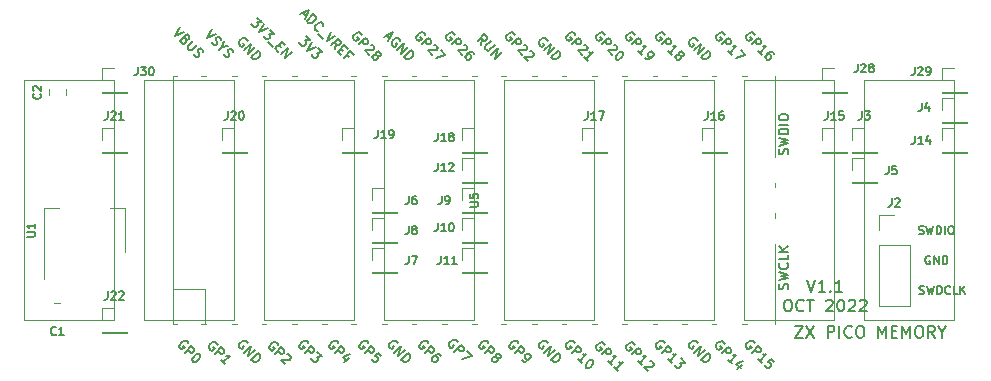
<source format=gbr>
G04 #@! TF.GenerationSoftware,KiCad,Pcbnew,5.1.5+dfsg1-2build2*
G04 #@! TF.CreationDate,2022-10-01T19:43:28+01:00*
G04 #@! TF.ProjectId,zx-memory-16-32,7a782d6d-656d-46f7-9279-2d31362d3332,rev?*
G04 #@! TF.SameCoordinates,Original*
G04 #@! TF.FileFunction,Legend,Top*
G04 #@! TF.FilePolarity,Positive*
%FSLAX46Y46*%
G04 Gerber Fmt 4.6, Leading zero omitted, Abs format (unit mm)*
G04 Created by KiCad (PCBNEW 5.1.5+dfsg1-2build2) date 2022-10-01 19:43:28*
%MOMM*%
%LPD*%
G04 APERTURE LIST*
%ADD10C,0.150000*%
%ADD11C,0.120000*%
G04 APERTURE END LIST*
D10*
X94234190Y-93115380D02*
X94567523Y-94115380D01*
X94900857Y-93115380D01*
X95758000Y-94115380D02*
X95186571Y-94115380D01*
X95472285Y-94115380D02*
X95472285Y-93115380D01*
X95377047Y-93258238D01*
X95281809Y-93353476D01*
X95186571Y-93401095D01*
X96186571Y-94020142D02*
X96234190Y-94067761D01*
X96186571Y-94115380D01*
X96138952Y-94067761D01*
X96186571Y-94020142D01*
X96186571Y-94115380D01*
X97186571Y-94115380D02*
X96615142Y-94115380D01*
X96900857Y-94115380D02*
X96900857Y-93115380D01*
X96805619Y-93258238D01*
X96710380Y-93353476D01*
X96615142Y-93401095D01*
X92496095Y-94765380D02*
X92686571Y-94765380D01*
X92781809Y-94813000D01*
X92877047Y-94908238D01*
X92924666Y-95098714D01*
X92924666Y-95432047D01*
X92877047Y-95622523D01*
X92781809Y-95717761D01*
X92686571Y-95765380D01*
X92496095Y-95765380D01*
X92400857Y-95717761D01*
X92305619Y-95622523D01*
X92258000Y-95432047D01*
X92258000Y-95098714D01*
X92305619Y-94908238D01*
X92400857Y-94813000D01*
X92496095Y-94765380D01*
X93924666Y-95670142D02*
X93877047Y-95717761D01*
X93734190Y-95765380D01*
X93638952Y-95765380D01*
X93496095Y-95717761D01*
X93400857Y-95622523D01*
X93353238Y-95527285D01*
X93305619Y-95336809D01*
X93305619Y-95193952D01*
X93353238Y-95003476D01*
X93400857Y-94908238D01*
X93496095Y-94813000D01*
X93638952Y-94765380D01*
X93734190Y-94765380D01*
X93877047Y-94813000D01*
X93924666Y-94860619D01*
X94210380Y-94765380D02*
X94781809Y-94765380D01*
X94496095Y-95765380D02*
X94496095Y-94765380D01*
X95829428Y-94860619D02*
X95877047Y-94813000D01*
X95972285Y-94765380D01*
X96210380Y-94765380D01*
X96305619Y-94813000D01*
X96353238Y-94860619D01*
X96400857Y-94955857D01*
X96400857Y-95051095D01*
X96353238Y-95193952D01*
X95781809Y-95765380D01*
X96400857Y-95765380D01*
X97019904Y-94765380D02*
X97115142Y-94765380D01*
X97210380Y-94813000D01*
X97258000Y-94860619D01*
X97305619Y-94955857D01*
X97353238Y-95146333D01*
X97353238Y-95384428D01*
X97305619Y-95574904D01*
X97258000Y-95670142D01*
X97210380Y-95717761D01*
X97115142Y-95765380D01*
X97019904Y-95765380D01*
X96924666Y-95717761D01*
X96877047Y-95670142D01*
X96829428Y-95574904D01*
X96781809Y-95384428D01*
X96781809Y-95146333D01*
X96829428Y-94955857D01*
X96877047Y-94860619D01*
X96924666Y-94813000D01*
X97019904Y-94765380D01*
X97734190Y-94860619D02*
X97781809Y-94813000D01*
X97877047Y-94765380D01*
X98115142Y-94765380D01*
X98210380Y-94813000D01*
X98258000Y-94860619D01*
X98305619Y-94955857D01*
X98305619Y-95051095D01*
X98258000Y-95193952D01*
X97686571Y-95765380D01*
X98305619Y-95765380D01*
X98686571Y-94860619D02*
X98734190Y-94813000D01*
X98829428Y-94765380D01*
X99067523Y-94765380D01*
X99162761Y-94813000D01*
X99210380Y-94860619D01*
X99258000Y-94955857D01*
X99258000Y-95051095D01*
X99210380Y-95193952D01*
X98638952Y-95765380D01*
X99258000Y-95765380D01*
X93187047Y-96988380D02*
X93853714Y-96988380D01*
X93187047Y-97988380D01*
X93853714Y-97988380D01*
X94139428Y-96988380D02*
X94806095Y-97988380D01*
X94806095Y-96988380D02*
X94139428Y-97988380D01*
X95948952Y-97988380D02*
X95948952Y-96988380D01*
X96329904Y-96988380D01*
X96425142Y-97036000D01*
X96472761Y-97083619D01*
X96520380Y-97178857D01*
X96520380Y-97321714D01*
X96472761Y-97416952D01*
X96425142Y-97464571D01*
X96329904Y-97512190D01*
X95948952Y-97512190D01*
X96948952Y-97988380D02*
X96948952Y-96988380D01*
X97996571Y-97893142D02*
X97948952Y-97940761D01*
X97806095Y-97988380D01*
X97710857Y-97988380D01*
X97568000Y-97940761D01*
X97472761Y-97845523D01*
X97425142Y-97750285D01*
X97377523Y-97559809D01*
X97377523Y-97416952D01*
X97425142Y-97226476D01*
X97472761Y-97131238D01*
X97568000Y-97036000D01*
X97710857Y-96988380D01*
X97806095Y-96988380D01*
X97948952Y-97036000D01*
X97996571Y-97083619D01*
X98615619Y-96988380D02*
X98806095Y-96988380D01*
X98901333Y-97036000D01*
X98996571Y-97131238D01*
X99044190Y-97321714D01*
X99044190Y-97655047D01*
X98996571Y-97845523D01*
X98901333Y-97940761D01*
X98806095Y-97988380D01*
X98615619Y-97988380D01*
X98520380Y-97940761D01*
X98425142Y-97845523D01*
X98377523Y-97655047D01*
X98377523Y-97321714D01*
X98425142Y-97131238D01*
X98520380Y-97036000D01*
X98615619Y-96988380D01*
X100234666Y-97988380D02*
X100234666Y-96988380D01*
X100568000Y-97702666D01*
X100901333Y-96988380D01*
X100901333Y-97988380D01*
X101377523Y-97464571D02*
X101710857Y-97464571D01*
X101853714Y-97988380D02*
X101377523Y-97988380D01*
X101377523Y-96988380D01*
X101853714Y-96988380D01*
X102282285Y-97988380D02*
X102282285Y-96988380D01*
X102615619Y-97702666D01*
X102948952Y-96988380D01*
X102948952Y-97988380D01*
X103615619Y-96988380D02*
X103806095Y-96988380D01*
X103901333Y-97036000D01*
X103996571Y-97131238D01*
X104044190Y-97321714D01*
X104044190Y-97655047D01*
X103996571Y-97845523D01*
X103901333Y-97940761D01*
X103806095Y-97988380D01*
X103615619Y-97988380D01*
X103520380Y-97940761D01*
X103425142Y-97845523D01*
X103377523Y-97655047D01*
X103377523Y-97321714D01*
X103425142Y-97131238D01*
X103520380Y-97036000D01*
X103615619Y-96988380D01*
X105044190Y-97988380D02*
X104710857Y-97512190D01*
X104472761Y-97988380D02*
X104472761Y-96988380D01*
X104853714Y-96988380D01*
X104948952Y-97036000D01*
X104996571Y-97083619D01*
X105044190Y-97178857D01*
X105044190Y-97321714D01*
X104996571Y-97416952D01*
X104948952Y-97464571D01*
X104853714Y-97512190D01*
X104472761Y-97512190D01*
X105663238Y-97512190D02*
X105663238Y-97988380D01*
X105329904Y-96988380D02*
X105663238Y-97512190D01*
X105996571Y-96988380D01*
X104622666Y-91090000D02*
X104556000Y-91056666D01*
X104456000Y-91056666D01*
X104356000Y-91090000D01*
X104289333Y-91156666D01*
X104256000Y-91223333D01*
X104222666Y-91356666D01*
X104222666Y-91456666D01*
X104256000Y-91590000D01*
X104289333Y-91656666D01*
X104356000Y-91723333D01*
X104456000Y-91756666D01*
X104522666Y-91756666D01*
X104622666Y-91723333D01*
X104656000Y-91690000D01*
X104656000Y-91456666D01*
X104522666Y-91456666D01*
X104956000Y-91756666D02*
X104956000Y-91056666D01*
X105356000Y-91756666D01*
X105356000Y-91056666D01*
X105689333Y-91756666D02*
X105689333Y-91056666D01*
X105856000Y-91056666D01*
X105956000Y-91090000D01*
X106022666Y-91156666D01*
X106056000Y-91223333D01*
X106089333Y-91356666D01*
X106089333Y-91456666D01*
X106056000Y-91590000D01*
X106022666Y-91656666D01*
X105956000Y-91723333D01*
X105856000Y-91756666D01*
X105689333Y-91756666D01*
X103730666Y-94263333D02*
X103830666Y-94296666D01*
X103997333Y-94296666D01*
X104064000Y-94263333D01*
X104097333Y-94230000D01*
X104130666Y-94163333D01*
X104130666Y-94096666D01*
X104097333Y-94030000D01*
X104064000Y-93996666D01*
X103997333Y-93963333D01*
X103864000Y-93930000D01*
X103797333Y-93896666D01*
X103764000Y-93863333D01*
X103730666Y-93796666D01*
X103730666Y-93730000D01*
X103764000Y-93663333D01*
X103797333Y-93630000D01*
X103864000Y-93596666D01*
X104030666Y-93596666D01*
X104130666Y-93630000D01*
X104364000Y-93596666D02*
X104530666Y-94296666D01*
X104664000Y-93796666D01*
X104797333Y-94296666D01*
X104964000Y-93596666D01*
X105230666Y-94296666D02*
X105230666Y-93596666D01*
X105397333Y-93596666D01*
X105497333Y-93630000D01*
X105564000Y-93696666D01*
X105597333Y-93763333D01*
X105630666Y-93896666D01*
X105630666Y-93996666D01*
X105597333Y-94130000D01*
X105564000Y-94196666D01*
X105497333Y-94263333D01*
X105397333Y-94296666D01*
X105230666Y-94296666D01*
X106330666Y-94230000D02*
X106297333Y-94263333D01*
X106197333Y-94296666D01*
X106130666Y-94296666D01*
X106030666Y-94263333D01*
X105964000Y-94196666D01*
X105930666Y-94130000D01*
X105897333Y-93996666D01*
X105897333Y-93896666D01*
X105930666Y-93763333D01*
X105964000Y-93696666D01*
X106030666Y-93630000D01*
X106130666Y-93596666D01*
X106197333Y-93596666D01*
X106297333Y-93630000D01*
X106330666Y-93663333D01*
X106964000Y-94296666D02*
X106630666Y-94296666D01*
X106630666Y-93596666D01*
X107197333Y-94296666D02*
X107197333Y-93596666D01*
X107597333Y-94296666D02*
X107297333Y-93896666D01*
X107597333Y-93596666D02*
X107197333Y-93996666D01*
X103672666Y-89183333D02*
X103772666Y-89216666D01*
X103939333Y-89216666D01*
X104006000Y-89183333D01*
X104039333Y-89150000D01*
X104072666Y-89083333D01*
X104072666Y-89016666D01*
X104039333Y-88950000D01*
X104006000Y-88916666D01*
X103939333Y-88883333D01*
X103806000Y-88850000D01*
X103739333Y-88816666D01*
X103706000Y-88783333D01*
X103672666Y-88716666D01*
X103672666Y-88650000D01*
X103706000Y-88583333D01*
X103739333Y-88550000D01*
X103806000Y-88516666D01*
X103972666Y-88516666D01*
X104072666Y-88550000D01*
X104306000Y-88516666D02*
X104472666Y-89216666D01*
X104606000Y-88716666D01*
X104739333Y-89216666D01*
X104906000Y-88516666D01*
X105172666Y-89216666D02*
X105172666Y-88516666D01*
X105339333Y-88516666D01*
X105439333Y-88550000D01*
X105506000Y-88616666D01*
X105539333Y-88683333D01*
X105572666Y-88816666D01*
X105572666Y-88916666D01*
X105539333Y-89050000D01*
X105506000Y-89116666D01*
X105439333Y-89183333D01*
X105339333Y-89216666D01*
X105172666Y-89216666D01*
X105872666Y-89216666D02*
X105872666Y-88516666D01*
X106339333Y-88516666D02*
X106472666Y-88516666D01*
X106539333Y-88550000D01*
X106606000Y-88616666D01*
X106639333Y-88750000D01*
X106639333Y-88983333D01*
X106606000Y-89116666D01*
X106539333Y-89183333D01*
X106472666Y-89216666D01*
X106339333Y-89216666D01*
X106272666Y-89183333D01*
X106206000Y-89116666D01*
X106172666Y-88983333D01*
X106172666Y-88750000D01*
X106206000Y-88616666D01*
X106272666Y-88550000D01*
X106339333Y-88516666D01*
D11*
X106680000Y-76200000D02*
X99060000Y-76200000D01*
X106680000Y-96520000D02*
X106680000Y-76200000D01*
X99060000Y-96520000D02*
X106680000Y-96520000D01*
X99060000Y-76200000D02*
X99060000Y-96520000D01*
X96520000Y-76200000D02*
X88900000Y-76200000D01*
X96520000Y-96520000D02*
X96520000Y-76200000D01*
X88900000Y-96520000D02*
X96520000Y-96520000D01*
X88900000Y-76200000D02*
X88900000Y-96520000D01*
X86360000Y-76200000D02*
X78740000Y-76200000D01*
X86360000Y-96520000D02*
X86360000Y-76200000D01*
X78740000Y-96520000D02*
X86360000Y-96520000D01*
X78740000Y-76200000D02*
X78740000Y-96520000D01*
X68580000Y-96520000D02*
X68580000Y-76200000D01*
X76200000Y-96520000D02*
X68580000Y-96520000D01*
X76200000Y-76200000D02*
X76200000Y-96520000D01*
X68580000Y-76200000D02*
X76200000Y-76200000D01*
X66040000Y-76200000D02*
X58420000Y-76200000D01*
X66040000Y-96520000D02*
X66040000Y-76200000D01*
X58420000Y-96520000D02*
X66040000Y-96520000D01*
X58420000Y-76200000D02*
X58420000Y-96520000D01*
X55880000Y-76200000D02*
X48260000Y-76200000D01*
X55880000Y-96520000D02*
X55880000Y-76200000D01*
X48260000Y-96520000D02*
X55880000Y-96520000D01*
X48260000Y-76200000D02*
X48260000Y-96520000D01*
X45720000Y-76200000D02*
X38100000Y-76200000D01*
X45720000Y-96520000D02*
X45720000Y-76200000D01*
X38100000Y-96520000D02*
X45720000Y-96520000D01*
X38100000Y-76200000D02*
X38100000Y-96520000D01*
X35560000Y-76200000D02*
X27940000Y-76200000D01*
X35560000Y-96520000D02*
X35560000Y-76200000D01*
X27940000Y-96520000D02*
X35560000Y-96520000D01*
X27940000Y-76200000D02*
X27940000Y-96520000D01*
X34500000Y-75140000D02*
X35560000Y-75140000D01*
X34500000Y-76200000D02*
X34500000Y-75140000D01*
X34500000Y-77200000D02*
X36620000Y-77200000D01*
X36620000Y-77200000D02*
X36620000Y-77260000D01*
X34500000Y-77200000D02*
X34500000Y-77260000D01*
X34500000Y-77260000D02*
X36620000Y-77260000D01*
X105620000Y-75140000D02*
X106680000Y-75140000D01*
X105620000Y-76200000D02*
X105620000Y-75140000D01*
X105620000Y-77200000D02*
X107740000Y-77200000D01*
X107740000Y-77200000D02*
X107740000Y-77260000D01*
X105620000Y-77200000D02*
X105620000Y-77260000D01*
X105620000Y-77260000D02*
X107740000Y-77260000D01*
X95460000Y-75140000D02*
X96520000Y-75140000D01*
X95460000Y-76200000D02*
X95460000Y-75140000D01*
X95460000Y-77200000D02*
X97580000Y-77200000D01*
X97580000Y-77200000D02*
X97580000Y-77260000D01*
X95460000Y-77200000D02*
X95460000Y-77260000D01*
X95460000Y-77260000D02*
X97580000Y-77260000D01*
X34500000Y-95460000D02*
X35560000Y-95460000D01*
X34500000Y-96520000D02*
X34500000Y-95460000D01*
X34500000Y-97520000D02*
X36620000Y-97520000D01*
X36620000Y-97520000D02*
X36620000Y-97580000D01*
X34500000Y-97520000D02*
X34500000Y-97580000D01*
X34500000Y-97580000D02*
X36620000Y-97580000D01*
X34500000Y-80220000D02*
X35560000Y-80220000D01*
X34500000Y-81280000D02*
X34500000Y-80220000D01*
X34500000Y-82280000D02*
X36620000Y-82280000D01*
X36620000Y-82280000D02*
X36620000Y-82340000D01*
X34500000Y-82280000D02*
X34500000Y-82340000D01*
X34500000Y-82340000D02*
X36620000Y-82340000D01*
X44660000Y-80220000D02*
X45720000Y-80220000D01*
X44660000Y-81280000D02*
X44660000Y-80220000D01*
X44660000Y-82280000D02*
X46780000Y-82280000D01*
X46780000Y-82280000D02*
X46780000Y-82340000D01*
X44660000Y-82280000D02*
X44660000Y-82340000D01*
X44660000Y-82340000D02*
X46780000Y-82340000D01*
X54820000Y-80220000D02*
X55880000Y-80220000D01*
X54820000Y-81280000D02*
X54820000Y-80220000D01*
X54820000Y-82280000D02*
X56940000Y-82280000D01*
X56940000Y-82280000D02*
X56940000Y-82340000D01*
X54820000Y-82280000D02*
X54820000Y-82340000D01*
X54820000Y-82340000D02*
X56940000Y-82340000D01*
X64980000Y-80220000D02*
X66040000Y-80220000D01*
X64980000Y-81280000D02*
X64980000Y-80220000D01*
X64980000Y-82280000D02*
X67100000Y-82280000D01*
X67100000Y-82280000D02*
X67100000Y-82340000D01*
X64980000Y-82280000D02*
X64980000Y-82340000D01*
X64980000Y-82340000D02*
X67100000Y-82340000D01*
X75140000Y-80220000D02*
X76200000Y-80220000D01*
X75140000Y-81280000D02*
X75140000Y-80220000D01*
X75140000Y-82280000D02*
X77260000Y-82280000D01*
X77260000Y-82280000D02*
X77260000Y-82340000D01*
X75140000Y-82280000D02*
X75140000Y-82340000D01*
X75140000Y-82340000D02*
X77260000Y-82340000D01*
X85300000Y-80220000D02*
X86360000Y-80220000D01*
X85300000Y-81280000D02*
X85300000Y-80220000D01*
X85300000Y-82280000D02*
X87420000Y-82280000D01*
X87420000Y-82280000D02*
X87420000Y-82340000D01*
X85300000Y-82280000D02*
X85300000Y-82340000D01*
X85300000Y-82340000D02*
X87420000Y-82340000D01*
X95460000Y-80220000D02*
X96520000Y-80220000D01*
X95460000Y-81280000D02*
X95460000Y-80220000D01*
X95460000Y-82280000D02*
X97580000Y-82280000D01*
X97580000Y-82280000D02*
X97580000Y-82340000D01*
X95460000Y-82280000D02*
X95460000Y-82340000D01*
X95460000Y-82340000D02*
X97580000Y-82340000D01*
X105620000Y-80220000D02*
X106680000Y-80220000D01*
X105620000Y-81280000D02*
X105620000Y-80220000D01*
X105620000Y-82280000D02*
X107740000Y-82280000D01*
X107740000Y-82280000D02*
X107740000Y-82340000D01*
X105620000Y-82280000D02*
X105620000Y-82340000D01*
X105620000Y-82340000D02*
X107740000Y-82340000D01*
X64980000Y-82760000D02*
X66040000Y-82760000D01*
X64980000Y-83820000D02*
X64980000Y-82760000D01*
X64980000Y-84820000D02*
X67100000Y-84820000D01*
X67100000Y-84820000D02*
X67100000Y-84880000D01*
X64980000Y-84820000D02*
X64980000Y-84880000D01*
X64980000Y-84880000D02*
X67100000Y-84880000D01*
X64980000Y-90380000D02*
X66040000Y-90380000D01*
X64980000Y-91440000D02*
X64980000Y-90380000D01*
X64980000Y-92440000D02*
X67100000Y-92440000D01*
X67100000Y-92440000D02*
X67100000Y-92500000D01*
X64980000Y-92440000D02*
X64980000Y-92500000D01*
X64980000Y-92500000D02*
X67100000Y-92500000D01*
X64980000Y-87840000D02*
X66040000Y-87840000D01*
X64980000Y-88900000D02*
X64980000Y-87840000D01*
X64980000Y-89900000D02*
X67100000Y-89900000D01*
X67100000Y-89900000D02*
X67100000Y-89960000D01*
X64980000Y-89900000D02*
X64980000Y-89960000D01*
X64980000Y-89960000D02*
X67100000Y-89960000D01*
X64980000Y-85300000D02*
X66040000Y-85300000D01*
X64980000Y-86360000D02*
X64980000Y-85300000D01*
X64980000Y-87360000D02*
X67100000Y-87360000D01*
X67100000Y-87360000D02*
X67100000Y-87420000D01*
X64980000Y-87360000D02*
X64980000Y-87420000D01*
X64980000Y-87420000D02*
X67100000Y-87420000D01*
X57360000Y-87840000D02*
X58420000Y-87840000D01*
X57360000Y-88900000D02*
X57360000Y-87840000D01*
X57360000Y-89900000D02*
X59480000Y-89900000D01*
X59480000Y-89900000D02*
X59480000Y-89960000D01*
X57360000Y-89900000D02*
X57360000Y-89960000D01*
X57360000Y-89960000D02*
X59480000Y-89960000D01*
X57360000Y-90380000D02*
X58420000Y-90380000D01*
X57360000Y-91440000D02*
X57360000Y-90380000D01*
X57360000Y-92440000D02*
X59480000Y-92440000D01*
X59480000Y-92440000D02*
X59480000Y-92500000D01*
X57360000Y-92440000D02*
X57360000Y-92500000D01*
X57360000Y-92500000D02*
X59480000Y-92500000D01*
X57360000Y-85300000D02*
X58420000Y-85300000D01*
X57360000Y-86360000D02*
X57360000Y-85300000D01*
X57360000Y-87360000D02*
X59480000Y-87360000D01*
X59480000Y-87360000D02*
X59480000Y-87420000D01*
X57360000Y-87360000D02*
X57360000Y-87420000D01*
X57360000Y-87420000D02*
X59480000Y-87420000D01*
X98000000Y-82760000D02*
X99060000Y-82760000D01*
X98000000Y-83820000D02*
X98000000Y-82760000D01*
X98000000Y-84820000D02*
X100120000Y-84820000D01*
X100120000Y-84820000D02*
X100120000Y-84880000D01*
X98000000Y-84820000D02*
X98000000Y-84880000D01*
X98000000Y-84880000D02*
X100120000Y-84880000D01*
X105620000Y-77680000D02*
X106680000Y-77680000D01*
X105620000Y-78740000D02*
X105620000Y-77680000D01*
X105620000Y-79740000D02*
X107740000Y-79740000D01*
X107740000Y-79740000D02*
X107740000Y-79800000D01*
X105620000Y-79740000D02*
X105620000Y-79800000D01*
X105620000Y-79800000D02*
X107740000Y-79800000D01*
X98000000Y-80220000D02*
X99060000Y-80220000D01*
X98000000Y-81280000D02*
X98000000Y-80220000D01*
X98000000Y-82280000D02*
X100120000Y-82280000D01*
X100120000Y-82280000D02*
X100120000Y-82340000D01*
X98000000Y-82280000D02*
X98000000Y-82340000D01*
X98000000Y-82340000D02*
X100120000Y-82340000D01*
X40540000Y-96860000D02*
X40540000Y-75860000D01*
X91540000Y-90060000D02*
X91540000Y-96860000D01*
X43207000Y-96860000D02*
X43207000Y-93853000D01*
X43207000Y-93853000D02*
X40540000Y-93853000D01*
X40540000Y-96860000D02*
X40840000Y-96860000D01*
X42940000Y-96860000D02*
X43340000Y-96860000D01*
X45540000Y-96860000D02*
X45940000Y-96860000D01*
X48040000Y-96860000D02*
X48440000Y-96860000D01*
X50640000Y-96860000D02*
X51040000Y-96860000D01*
X53140000Y-96860000D02*
X53540000Y-96860000D01*
X55640000Y-96860000D02*
X56040000Y-96860000D01*
X58240000Y-96860000D02*
X58640000Y-96860000D01*
X60740000Y-96860000D02*
X61140000Y-96860000D01*
X63340000Y-96860000D02*
X63740000Y-96860000D01*
X65840000Y-96860000D02*
X66240000Y-96860000D01*
X68340000Y-96860000D02*
X68740000Y-96860000D01*
X70940000Y-96860000D02*
X71340000Y-96860000D01*
X73440000Y-96860000D02*
X73840000Y-96860000D01*
X76040000Y-96860000D02*
X76440000Y-96860000D01*
X78540000Y-96860000D02*
X78940000Y-96860000D01*
X81140000Y-96860000D02*
X81540000Y-96860000D01*
X83640000Y-96860000D02*
X84040000Y-96860000D01*
X86140000Y-96860000D02*
X86540000Y-96860000D01*
X88740000Y-96860000D02*
X89140000Y-96860000D01*
X55640000Y-75860000D02*
X56040000Y-75860000D01*
X60740000Y-75860000D02*
X61140000Y-75860000D01*
X68340000Y-75860000D02*
X68740000Y-75860000D01*
X76040000Y-75860000D02*
X76440000Y-75860000D01*
X45540000Y-75860000D02*
X45940000Y-75860000D01*
X42940000Y-75860000D02*
X43340000Y-75860000D01*
X50640000Y-75860000D02*
X51040000Y-75860000D01*
X83640000Y-75860000D02*
X84040000Y-75860000D01*
X88740000Y-75860000D02*
X89140000Y-75860000D01*
X86140000Y-75860000D02*
X86540000Y-75860000D01*
X70940000Y-75860000D02*
X71340000Y-75860000D01*
X65840000Y-75860000D02*
X66240000Y-75860000D01*
X53140000Y-75860000D02*
X53540000Y-75860000D01*
X58240000Y-75860000D02*
X58640000Y-75860000D01*
X78540000Y-75860000D02*
X78940000Y-75860000D01*
X63340000Y-75860000D02*
X63740000Y-75860000D01*
X40540000Y-75860000D02*
X40840000Y-75860000D01*
X48040000Y-75860000D02*
X48440000Y-75860000D01*
X73440000Y-75860000D02*
X73840000Y-75860000D01*
X81140000Y-75860000D02*
X81540000Y-75860000D01*
X91540000Y-75860000D02*
X91540000Y-82660000D01*
X91540000Y-87860000D02*
X91540000Y-87460000D01*
X91540000Y-85260000D02*
X91540000Y-84860000D01*
X29610000Y-93000000D02*
X29610000Y-86990000D01*
X36430000Y-90750000D02*
X36430000Y-86990000D01*
X29610000Y-86990000D02*
X30870000Y-86990000D01*
X36430000Y-86990000D02*
X35170000Y-86990000D01*
X100270000Y-87570000D02*
X101600000Y-87570000D01*
X100270000Y-88900000D02*
X100270000Y-87570000D01*
X100270000Y-90170000D02*
X102930000Y-90170000D01*
X102930000Y-90170000D02*
X102930000Y-95310000D01*
X100270000Y-90170000D02*
X100270000Y-95310000D01*
X100270000Y-95310000D02*
X102930000Y-95310000D01*
X31469000Y-77477252D02*
X31469000Y-76954748D01*
X29999000Y-77477252D02*
X29999000Y-76954748D01*
X30995252Y-95023000D02*
X30472748Y-95023000D01*
X30995252Y-96493000D02*
X30472748Y-96493000D01*
D10*
X37533333Y-75054666D02*
X37533333Y-75554666D01*
X37500000Y-75654666D01*
X37433333Y-75721333D01*
X37333333Y-75754666D01*
X37266666Y-75754666D01*
X37800000Y-75054666D02*
X38233333Y-75054666D01*
X38000000Y-75321333D01*
X38100000Y-75321333D01*
X38166666Y-75354666D01*
X38200000Y-75388000D01*
X38233333Y-75454666D01*
X38233333Y-75621333D01*
X38200000Y-75688000D01*
X38166666Y-75721333D01*
X38100000Y-75754666D01*
X37900000Y-75754666D01*
X37833333Y-75721333D01*
X37800000Y-75688000D01*
X38666666Y-75054666D02*
X38733333Y-75054666D01*
X38800000Y-75088000D01*
X38833333Y-75121333D01*
X38866666Y-75188000D01*
X38900000Y-75321333D01*
X38900000Y-75488000D01*
X38866666Y-75621333D01*
X38833333Y-75688000D01*
X38800000Y-75721333D01*
X38733333Y-75754666D01*
X38666666Y-75754666D01*
X38600000Y-75721333D01*
X38566666Y-75688000D01*
X38533333Y-75621333D01*
X38500000Y-75488000D01*
X38500000Y-75321333D01*
X38533333Y-75188000D01*
X38566666Y-75121333D01*
X38600000Y-75088000D01*
X38666666Y-75054666D01*
X103319333Y-75054666D02*
X103319333Y-75554666D01*
X103286000Y-75654666D01*
X103219333Y-75721333D01*
X103119333Y-75754666D01*
X103052666Y-75754666D01*
X103619333Y-75121333D02*
X103652666Y-75088000D01*
X103719333Y-75054666D01*
X103886000Y-75054666D01*
X103952666Y-75088000D01*
X103986000Y-75121333D01*
X104019333Y-75188000D01*
X104019333Y-75254666D01*
X103986000Y-75354666D01*
X103586000Y-75754666D01*
X104019333Y-75754666D01*
X104352666Y-75754666D02*
X104486000Y-75754666D01*
X104552666Y-75721333D01*
X104586000Y-75688000D01*
X104652666Y-75588000D01*
X104686000Y-75454666D01*
X104686000Y-75188000D01*
X104652666Y-75121333D01*
X104619333Y-75088000D01*
X104552666Y-75054666D01*
X104419333Y-75054666D01*
X104352666Y-75088000D01*
X104319333Y-75121333D01*
X104286000Y-75188000D01*
X104286000Y-75354666D01*
X104319333Y-75421333D01*
X104352666Y-75454666D01*
X104419333Y-75488000D01*
X104552666Y-75488000D01*
X104619333Y-75454666D01*
X104652666Y-75421333D01*
X104686000Y-75354666D01*
X98493333Y-74800666D02*
X98493333Y-75300666D01*
X98460000Y-75400666D01*
X98393333Y-75467333D01*
X98293333Y-75500666D01*
X98226666Y-75500666D01*
X98793333Y-74867333D02*
X98826666Y-74834000D01*
X98893333Y-74800666D01*
X99060000Y-74800666D01*
X99126666Y-74834000D01*
X99160000Y-74867333D01*
X99193333Y-74934000D01*
X99193333Y-75000666D01*
X99160000Y-75100666D01*
X98760000Y-75500666D01*
X99193333Y-75500666D01*
X99593333Y-75100666D02*
X99526666Y-75067333D01*
X99493333Y-75034000D01*
X99460000Y-74967333D01*
X99460000Y-74934000D01*
X99493333Y-74867333D01*
X99526666Y-74834000D01*
X99593333Y-74800666D01*
X99726666Y-74800666D01*
X99793333Y-74834000D01*
X99826666Y-74867333D01*
X99860000Y-74934000D01*
X99860000Y-74967333D01*
X99826666Y-75034000D01*
X99793333Y-75067333D01*
X99726666Y-75100666D01*
X99593333Y-75100666D01*
X99526666Y-75134000D01*
X99493333Y-75167333D01*
X99460000Y-75234000D01*
X99460000Y-75367333D01*
X99493333Y-75434000D01*
X99526666Y-75467333D01*
X99593333Y-75500666D01*
X99726666Y-75500666D01*
X99793333Y-75467333D01*
X99826666Y-75434000D01*
X99860000Y-75367333D01*
X99860000Y-75234000D01*
X99826666Y-75167333D01*
X99793333Y-75134000D01*
X99726666Y-75100666D01*
X34993333Y-94076666D02*
X34993333Y-94576666D01*
X34960000Y-94676666D01*
X34893333Y-94743333D01*
X34793333Y-94776666D01*
X34726666Y-94776666D01*
X35293333Y-94143333D02*
X35326666Y-94110000D01*
X35393333Y-94076666D01*
X35560000Y-94076666D01*
X35626666Y-94110000D01*
X35660000Y-94143333D01*
X35693333Y-94210000D01*
X35693333Y-94276666D01*
X35660000Y-94376666D01*
X35260000Y-94776666D01*
X35693333Y-94776666D01*
X35960000Y-94143333D02*
X35993333Y-94110000D01*
X36060000Y-94076666D01*
X36226666Y-94076666D01*
X36293333Y-94110000D01*
X36326666Y-94143333D01*
X36360000Y-94210000D01*
X36360000Y-94276666D01*
X36326666Y-94376666D01*
X35926666Y-94776666D01*
X36360000Y-94776666D01*
X34993333Y-78836666D02*
X34993333Y-79336666D01*
X34960000Y-79436666D01*
X34893333Y-79503333D01*
X34793333Y-79536666D01*
X34726666Y-79536666D01*
X35293333Y-78903333D02*
X35326666Y-78870000D01*
X35393333Y-78836666D01*
X35560000Y-78836666D01*
X35626666Y-78870000D01*
X35660000Y-78903333D01*
X35693333Y-78970000D01*
X35693333Y-79036666D01*
X35660000Y-79136666D01*
X35260000Y-79536666D01*
X35693333Y-79536666D01*
X36360000Y-79536666D02*
X35960000Y-79536666D01*
X36160000Y-79536666D02*
X36160000Y-78836666D01*
X36093333Y-78936666D01*
X36026666Y-79003333D01*
X35960000Y-79036666D01*
X45153333Y-78836666D02*
X45153333Y-79336666D01*
X45120000Y-79436666D01*
X45053333Y-79503333D01*
X44953333Y-79536666D01*
X44886666Y-79536666D01*
X45453333Y-78903333D02*
X45486666Y-78870000D01*
X45553333Y-78836666D01*
X45720000Y-78836666D01*
X45786666Y-78870000D01*
X45820000Y-78903333D01*
X45853333Y-78970000D01*
X45853333Y-79036666D01*
X45820000Y-79136666D01*
X45420000Y-79536666D01*
X45853333Y-79536666D01*
X46286666Y-78836666D02*
X46353333Y-78836666D01*
X46420000Y-78870000D01*
X46453333Y-78903333D01*
X46486666Y-78970000D01*
X46520000Y-79103333D01*
X46520000Y-79270000D01*
X46486666Y-79403333D01*
X46453333Y-79470000D01*
X46420000Y-79503333D01*
X46353333Y-79536666D01*
X46286666Y-79536666D01*
X46220000Y-79503333D01*
X46186666Y-79470000D01*
X46153333Y-79403333D01*
X46120000Y-79270000D01*
X46120000Y-79103333D01*
X46153333Y-78970000D01*
X46186666Y-78903333D01*
X46220000Y-78870000D01*
X46286666Y-78836666D01*
X57853333Y-80388666D02*
X57853333Y-80888666D01*
X57820000Y-80988666D01*
X57753333Y-81055333D01*
X57653333Y-81088666D01*
X57586666Y-81088666D01*
X58553333Y-81088666D02*
X58153333Y-81088666D01*
X58353333Y-81088666D02*
X58353333Y-80388666D01*
X58286666Y-80488666D01*
X58220000Y-80555333D01*
X58153333Y-80588666D01*
X58886666Y-81088666D02*
X59020000Y-81088666D01*
X59086666Y-81055333D01*
X59120000Y-81022000D01*
X59186666Y-80922000D01*
X59220000Y-80788666D01*
X59220000Y-80522000D01*
X59186666Y-80455333D01*
X59153333Y-80422000D01*
X59086666Y-80388666D01*
X58953333Y-80388666D01*
X58886666Y-80422000D01*
X58853333Y-80455333D01*
X58820000Y-80522000D01*
X58820000Y-80688666D01*
X58853333Y-80755333D01*
X58886666Y-80788666D01*
X58953333Y-80822000D01*
X59086666Y-80822000D01*
X59153333Y-80788666D01*
X59186666Y-80755333D01*
X59220000Y-80688666D01*
X62933333Y-80642666D02*
X62933333Y-81142666D01*
X62900000Y-81242666D01*
X62833333Y-81309333D01*
X62733333Y-81342666D01*
X62666666Y-81342666D01*
X63633333Y-81342666D02*
X63233333Y-81342666D01*
X63433333Y-81342666D02*
X63433333Y-80642666D01*
X63366666Y-80742666D01*
X63300000Y-80809333D01*
X63233333Y-80842666D01*
X64033333Y-80942666D02*
X63966666Y-80909333D01*
X63933333Y-80876000D01*
X63900000Y-80809333D01*
X63900000Y-80776000D01*
X63933333Y-80709333D01*
X63966666Y-80676000D01*
X64033333Y-80642666D01*
X64166666Y-80642666D01*
X64233333Y-80676000D01*
X64266666Y-80709333D01*
X64300000Y-80776000D01*
X64300000Y-80809333D01*
X64266666Y-80876000D01*
X64233333Y-80909333D01*
X64166666Y-80942666D01*
X64033333Y-80942666D01*
X63966666Y-80976000D01*
X63933333Y-81009333D01*
X63900000Y-81076000D01*
X63900000Y-81209333D01*
X63933333Y-81276000D01*
X63966666Y-81309333D01*
X64033333Y-81342666D01*
X64166666Y-81342666D01*
X64233333Y-81309333D01*
X64266666Y-81276000D01*
X64300000Y-81209333D01*
X64300000Y-81076000D01*
X64266666Y-81009333D01*
X64233333Y-80976000D01*
X64166666Y-80942666D01*
X75633333Y-78836666D02*
X75633333Y-79336666D01*
X75600000Y-79436666D01*
X75533333Y-79503333D01*
X75433333Y-79536666D01*
X75366666Y-79536666D01*
X76333333Y-79536666D02*
X75933333Y-79536666D01*
X76133333Y-79536666D02*
X76133333Y-78836666D01*
X76066666Y-78936666D01*
X76000000Y-79003333D01*
X75933333Y-79036666D01*
X76566666Y-78836666D02*
X77033333Y-78836666D01*
X76733333Y-79536666D01*
X85793333Y-78836666D02*
X85793333Y-79336666D01*
X85760000Y-79436666D01*
X85693333Y-79503333D01*
X85593333Y-79536666D01*
X85526666Y-79536666D01*
X86493333Y-79536666D02*
X86093333Y-79536666D01*
X86293333Y-79536666D02*
X86293333Y-78836666D01*
X86226666Y-78936666D01*
X86160000Y-79003333D01*
X86093333Y-79036666D01*
X87093333Y-78836666D02*
X86960000Y-78836666D01*
X86893333Y-78870000D01*
X86860000Y-78903333D01*
X86793333Y-79003333D01*
X86760000Y-79136666D01*
X86760000Y-79403333D01*
X86793333Y-79470000D01*
X86826666Y-79503333D01*
X86893333Y-79536666D01*
X87026666Y-79536666D01*
X87093333Y-79503333D01*
X87126666Y-79470000D01*
X87160000Y-79403333D01*
X87160000Y-79236666D01*
X87126666Y-79170000D01*
X87093333Y-79136666D01*
X87026666Y-79103333D01*
X86893333Y-79103333D01*
X86826666Y-79136666D01*
X86793333Y-79170000D01*
X86760000Y-79236666D01*
X95953333Y-78836666D02*
X95953333Y-79336666D01*
X95920000Y-79436666D01*
X95853333Y-79503333D01*
X95753333Y-79536666D01*
X95686666Y-79536666D01*
X96653333Y-79536666D02*
X96253333Y-79536666D01*
X96453333Y-79536666D02*
X96453333Y-78836666D01*
X96386666Y-78936666D01*
X96320000Y-79003333D01*
X96253333Y-79036666D01*
X97286666Y-78836666D02*
X96953333Y-78836666D01*
X96920000Y-79170000D01*
X96953333Y-79136666D01*
X97020000Y-79103333D01*
X97186666Y-79103333D01*
X97253333Y-79136666D01*
X97286666Y-79170000D01*
X97320000Y-79236666D01*
X97320000Y-79403333D01*
X97286666Y-79470000D01*
X97253333Y-79503333D01*
X97186666Y-79536666D01*
X97020000Y-79536666D01*
X96953333Y-79503333D01*
X96920000Y-79470000D01*
X103319333Y-80896666D02*
X103319333Y-81396666D01*
X103286000Y-81496666D01*
X103219333Y-81563333D01*
X103119333Y-81596666D01*
X103052666Y-81596666D01*
X104019333Y-81596666D02*
X103619333Y-81596666D01*
X103819333Y-81596666D02*
X103819333Y-80896666D01*
X103752666Y-80996666D01*
X103686000Y-81063333D01*
X103619333Y-81096666D01*
X104619333Y-81130000D02*
X104619333Y-81596666D01*
X104452666Y-80863333D02*
X104286000Y-81363333D01*
X104719333Y-81363333D01*
X62933333Y-83182666D02*
X62933333Y-83682666D01*
X62900000Y-83782666D01*
X62833333Y-83849333D01*
X62733333Y-83882666D01*
X62666666Y-83882666D01*
X63633333Y-83882666D02*
X63233333Y-83882666D01*
X63433333Y-83882666D02*
X63433333Y-83182666D01*
X63366666Y-83282666D01*
X63300000Y-83349333D01*
X63233333Y-83382666D01*
X63900000Y-83249333D02*
X63933333Y-83216000D01*
X64000000Y-83182666D01*
X64166666Y-83182666D01*
X64233333Y-83216000D01*
X64266666Y-83249333D01*
X64300000Y-83316000D01*
X64300000Y-83382666D01*
X64266666Y-83482666D01*
X63866666Y-83882666D01*
X64300000Y-83882666D01*
X63187333Y-91056666D02*
X63187333Y-91556666D01*
X63154000Y-91656666D01*
X63087333Y-91723333D01*
X62987333Y-91756666D01*
X62920666Y-91756666D01*
X63887333Y-91756666D02*
X63487333Y-91756666D01*
X63687333Y-91756666D02*
X63687333Y-91056666D01*
X63620666Y-91156666D01*
X63554000Y-91223333D01*
X63487333Y-91256666D01*
X64554000Y-91756666D02*
X64154000Y-91756666D01*
X64354000Y-91756666D02*
X64354000Y-91056666D01*
X64287333Y-91156666D01*
X64220666Y-91223333D01*
X64154000Y-91256666D01*
X62933333Y-88262666D02*
X62933333Y-88762666D01*
X62900000Y-88862666D01*
X62833333Y-88929333D01*
X62733333Y-88962666D01*
X62666666Y-88962666D01*
X63633333Y-88962666D02*
X63233333Y-88962666D01*
X63433333Y-88962666D02*
X63433333Y-88262666D01*
X63366666Y-88362666D01*
X63300000Y-88429333D01*
X63233333Y-88462666D01*
X64066666Y-88262666D02*
X64133333Y-88262666D01*
X64200000Y-88296000D01*
X64233333Y-88329333D01*
X64266666Y-88396000D01*
X64300000Y-88529333D01*
X64300000Y-88696000D01*
X64266666Y-88829333D01*
X64233333Y-88896000D01*
X64200000Y-88929333D01*
X64133333Y-88962666D01*
X64066666Y-88962666D01*
X64000000Y-88929333D01*
X63966666Y-88896000D01*
X63933333Y-88829333D01*
X63900000Y-88696000D01*
X63900000Y-88529333D01*
X63933333Y-88396000D01*
X63966666Y-88329333D01*
X64000000Y-88296000D01*
X64066666Y-88262666D01*
X63266666Y-85976666D02*
X63266666Y-86476666D01*
X63233333Y-86576666D01*
X63166666Y-86643333D01*
X63066666Y-86676666D01*
X63000000Y-86676666D01*
X63633333Y-86676666D02*
X63766666Y-86676666D01*
X63833333Y-86643333D01*
X63866666Y-86610000D01*
X63933333Y-86510000D01*
X63966666Y-86376666D01*
X63966666Y-86110000D01*
X63933333Y-86043333D01*
X63900000Y-86010000D01*
X63833333Y-85976666D01*
X63700000Y-85976666D01*
X63633333Y-86010000D01*
X63600000Y-86043333D01*
X63566666Y-86110000D01*
X63566666Y-86276666D01*
X63600000Y-86343333D01*
X63633333Y-86376666D01*
X63700000Y-86410000D01*
X63833333Y-86410000D01*
X63900000Y-86376666D01*
X63933333Y-86343333D01*
X63966666Y-86276666D01*
X60472666Y-88516666D02*
X60472666Y-89016666D01*
X60439333Y-89116666D01*
X60372666Y-89183333D01*
X60272666Y-89216666D01*
X60206000Y-89216666D01*
X60906000Y-88816666D02*
X60839333Y-88783333D01*
X60806000Y-88750000D01*
X60772666Y-88683333D01*
X60772666Y-88650000D01*
X60806000Y-88583333D01*
X60839333Y-88550000D01*
X60906000Y-88516666D01*
X61039333Y-88516666D01*
X61106000Y-88550000D01*
X61139333Y-88583333D01*
X61172666Y-88650000D01*
X61172666Y-88683333D01*
X61139333Y-88750000D01*
X61106000Y-88783333D01*
X61039333Y-88816666D01*
X60906000Y-88816666D01*
X60839333Y-88850000D01*
X60806000Y-88883333D01*
X60772666Y-88950000D01*
X60772666Y-89083333D01*
X60806000Y-89150000D01*
X60839333Y-89183333D01*
X60906000Y-89216666D01*
X61039333Y-89216666D01*
X61106000Y-89183333D01*
X61139333Y-89150000D01*
X61172666Y-89083333D01*
X61172666Y-88950000D01*
X61139333Y-88883333D01*
X61106000Y-88850000D01*
X61039333Y-88816666D01*
X60472666Y-91056666D02*
X60472666Y-91556666D01*
X60439333Y-91656666D01*
X60372666Y-91723333D01*
X60272666Y-91756666D01*
X60206000Y-91756666D01*
X60739333Y-91056666D02*
X61206000Y-91056666D01*
X60906000Y-91756666D01*
X60472666Y-85976666D02*
X60472666Y-86476666D01*
X60439333Y-86576666D01*
X60372666Y-86643333D01*
X60272666Y-86676666D01*
X60206000Y-86676666D01*
X61106000Y-85976666D02*
X60972666Y-85976666D01*
X60906000Y-86010000D01*
X60872666Y-86043333D01*
X60806000Y-86143333D01*
X60772666Y-86276666D01*
X60772666Y-86543333D01*
X60806000Y-86610000D01*
X60839333Y-86643333D01*
X60906000Y-86676666D01*
X61039333Y-86676666D01*
X61106000Y-86643333D01*
X61139333Y-86610000D01*
X61172666Y-86543333D01*
X61172666Y-86376666D01*
X61139333Y-86310000D01*
X61106000Y-86276666D01*
X61039333Y-86243333D01*
X60906000Y-86243333D01*
X60839333Y-86276666D01*
X60806000Y-86310000D01*
X60772666Y-86376666D01*
X101112666Y-83436666D02*
X101112666Y-83936666D01*
X101079333Y-84036666D01*
X101012666Y-84103333D01*
X100912666Y-84136666D01*
X100846000Y-84136666D01*
X101779333Y-83436666D02*
X101446000Y-83436666D01*
X101412666Y-83770000D01*
X101446000Y-83736666D01*
X101512666Y-83703333D01*
X101679333Y-83703333D01*
X101746000Y-83736666D01*
X101779333Y-83770000D01*
X101812666Y-83836666D01*
X101812666Y-84003333D01*
X101779333Y-84070000D01*
X101746000Y-84103333D01*
X101679333Y-84136666D01*
X101512666Y-84136666D01*
X101446000Y-84103333D01*
X101412666Y-84070000D01*
X103906666Y-78102666D02*
X103906666Y-78602666D01*
X103873333Y-78702666D01*
X103806666Y-78769333D01*
X103706666Y-78802666D01*
X103640000Y-78802666D01*
X104540000Y-78336000D02*
X104540000Y-78802666D01*
X104373333Y-78069333D02*
X104206666Y-78569333D01*
X104640000Y-78569333D01*
X98826666Y-78836666D02*
X98826666Y-79336666D01*
X98793333Y-79436666D01*
X98726666Y-79503333D01*
X98626666Y-79536666D01*
X98560000Y-79536666D01*
X99093333Y-78836666D02*
X99526666Y-78836666D01*
X99293333Y-79103333D01*
X99393333Y-79103333D01*
X99460000Y-79136666D01*
X99493333Y-79170000D01*
X99526666Y-79236666D01*
X99526666Y-79403333D01*
X99493333Y-79470000D01*
X99460000Y-79503333D01*
X99393333Y-79536666D01*
X99193333Y-79536666D01*
X99126666Y-79503333D01*
X99093333Y-79470000D01*
X65656666Y-86893333D02*
X66223333Y-86893333D01*
X66290000Y-86860000D01*
X66323333Y-86826666D01*
X66356666Y-86760000D01*
X66356666Y-86626666D01*
X66323333Y-86560000D01*
X66290000Y-86526666D01*
X66223333Y-86493333D01*
X65656666Y-86493333D01*
X65656666Y-85826666D02*
X65656666Y-86160000D01*
X65990000Y-86193333D01*
X65956666Y-86160000D01*
X65923333Y-86093333D01*
X65923333Y-85926666D01*
X65956666Y-85860000D01*
X65990000Y-85826666D01*
X66056666Y-85793333D01*
X66223333Y-85793333D01*
X66290000Y-85826666D01*
X66323333Y-85860000D01*
X66356666Y-85926666D01*
X66356666Y-86093333D01*
X66323333Y-86160000D01*
X66290000Y-86193333D01*
X92563809Y-82455238D02*
X92601904Y-82340952D01*
X92601904Y-82150476D01*
X92563809Y-82074285D01*
X92525714Y-82036190D01*
X92449523Y-81998095D01*
X92373333Y-81998095D01*
X92297142Y-82036190D01*
X92259047Y-82074285D01*
X92220952Y-82150476D01*
X92182857Y-82302857D01*
X92144761Y-82379047D01*
X92106666Y-82417142D01*
X92030476Y-82455238D01*
X91954285Y-82455238D01*
X91878095Y-82417142D01*
X91840000Y-82379047D01*
X91801904Y-82302857D01*
X91801904Y-82112380D01*
X91840000Y-81998095D01*
X91801904Y-81731428D02*
X92601904Y-81540952D01*
X92030476Y-81388571D01*
X92601904Y-81236190D01*
X91801904Y-81045714D01*
X92601904Y-80740952D02*
X91801904Y-80740952D01*
X91801904Y-80550476D01*
X91840000Y-80436190D01*
X91916190Y-80360000D01*
X91992380Y-80321904D01*
X92144761Y-80283809D01*
X92259047Y-80283809D01*
X92411428Y-80321904D01*
X92487619Y-80360000D01*
X92563809Y-80436190D01*
X92601904Y-80550476D01*
X92601904Y-80740952D01*
X92601904Y-79940952D02*
X91801904Y-79940952D01*
X91801904Y-79407619D02*
X91801904Y-79255238D01*
X91840000Y-79179047D01*
X91916190Y-79102857D01*
X92068571Y-79064761D01*
X92335238Y-79064761D01*
X92487619Y-79102857D01*
X92563809Y-79179047D01*
X92601904Y-79255238D01*
X92601904Y-79407619D01*
X92563809Y-79483809D01*
X92487619Y-79560000D01*
X92335238Y-79598095D01*
X92068571Y-79598095D01*
X91916190Y-79560000D01*
X91840000Y-79483809D01*
X91801904Y-79407619D01*
X92563809Y-93869523D02*
X92601904Y-93755238D01*
X92601904Y-93564761D01*
X92563809Y-93488571D01*
X92525714Y-93450476D01*
X92449523Y-93412380D01*
X92373333Y-93412380D01*
X92297142Y-93450476D01*
X92259047Y-93488571D01*
X92220952Y-93564761D01*
X92182857Y-93717142D01*
X92144761Y-93793333D01*
X92106666Y-93831428D01*
X92030476Y-93869523D01*
X91954285Y-93869523D01*
X91878095Y-93831428D01*
X91840000Y-93793333D01*
X91801904Y-93717142D01*
X91801904Y-93526666D01*
X91840000Y-93412380D01*
X91801904Y-93145714D02*
X92601904Y-92955238D01*
X92030476Y-92802857D01*
X92601904Y-92650476D01*
X91801904Y-92460000D01*
X92525714Y-91698095D02*
X92563809Y-91736190D01*
X92601904Y-91850476D01*
X92601904Y-91926666D01*
X92563809Y-92040952D01*
X92487619Y-92117142D01*
X92411428Y-92155238D01*
X92259047Y-92193333D01*
X92144761Y-92193333D01*
X91992380Y-92155238D01*
X91916190Y-92117142D01*
X91840000Y-92040952D01*
X91801904Y-91926666D01*
X91801904Y-91850476D01*
X91840000Y-91736190D01*
X91878095Y-91698095D01*
X92601904Y-90974285D02*
X92601904Y-91355238D01*
X91801904Y-91355238D01*
X92601904Y-90707619D02*
X91801904Y-90707619D01*
X92601904Y-90250476D02*
X92144761Y-90593333D01*
X91801904Y-90250476D02*
X92259047Y-90707619D01*
X58599035Y-72403597D02*
X58868409Y-72672971D01*
X58383536Y-72511346D02*
X59137783Y-72134223D01*
X58760659Y-72888470D01*
X59784280Y-72834595D02*
X59757343Y-72753783D01*
X59676531Y-72672971D01*
X59568781Y-72619096D01*
X59461032Y-72619096D01*
X59380219Y-72646033D01*
X59245532Y-72726845D01*
X59164720Y-72807658D01*
X59083908Y-72942345D01*
X59056971Y-73023157D01*
X59056971Y-73130906D01*
X59110845Y-73238656D01*
X59164720Y-73292531D01*
X59272470Y-73346406D01*
X59326345Y-73346406D01*
X59514906Y-73157844D01*
X59407157Y-73050094D01*
X59514906Y-73642717D02*
X60080592Y-73077032D01*
X59838155Y-73965966D01*
X60403841Y-73400280D01*
X60107529Y-74235340D02*
X60673215Y-73669654D01*
X60807902Y-73804341D01*
X60861776Y-73912091D01*
X60861776Y-74019841D01*
X60834839Y-74100653D01*
X60754027Y-74235340D01*
X60673215Y-74316152D01*
X60538528Y-74396964D01*
X60457715Y-74423902D01*
X60349966Y-74423902D01*
X60242216Y-74370027D01*
X60107529Y-74235340D01*
X46841844Y-72846158D02*
X46814906Y-72765346D01*
X46734094Y-72684534D01*
X46626345Y-72630659D01*
X46518595Y-72630659D01*
X46437783Y-72657597D01*
X46303096Y-72738409D01*
X46222284Y-72819221D01*
X46141471Y-72953908D01*
X46114534Y-73034720D01*
X46114534Y-73142470D01*
X46168409Y-73250219D01*
X46222284Y-73304094D01*
X46330033Y-73357969D01*
X46383908Y-73357969D01*
X46572470Y-73169407D01*
X46464720Y-73061658D01*
X46572470Y-73654280D02*
X47138155Y-73088595D01*
X46895719Y-73977529D01*
X47461404Y-73411844D01*
X47165093Y-74246903D02*
X47730778Y-73681218D01*
X47865465Y-73815905D01*
X47919340Y-73923654D01*
X47919340Y-74031404D01*
X47892402Y-74112216D01*
X47811590Y-74246903D01*
X47730778Y-74327715D01*
X47596091Y-74408528D01*
X47515279Y-74435465D01*
X47407529Y-74435465D01*
X47299780Y-74381590D01*
X47165093Y-74246903D01*
X72241844Y-72846158D02*
X72214906Y-72765346D01*
X72134094Y-72684534D01*
X72026345Y-72630659D01*
X71918595Y-72630659D01*
X71837783Y-72657597D01*
X71703096Y-72738409D01*
X71622284Y-72819221D01*
X71541471Y-72953908D01*
X71514534Y-73034720D01*
X71514534Y-73142470D01*
X71568409Y-73250219D01*
X71622284Y-73304094D01*
X71730033Y-73357969D01*
X71783908Y-73357969D01*
X71972470Y-73169407D01*
X71864720Y-73061658D01*
X71972470Y-73654280D02*
X72538155Y-73088595D01*
X72295719Y-73977529D01*
X72861404Y-73411844D01*
X72565093Y-74246903D02*
X73130778Y-73681218D01*
X73265465Y-73815905D01*
X73319340Y-73923654D01*
X73319340Y-74031404D01*
X73292402Y-74112216D01*
X73211590Y-74246903D01*
X73130778Y-74327715D01*
X72996091Y-74408528D01*
X72915279Y-74435465D01*
X72807529Y-74435465D01*
X72699780Y-74381590D01*
X72565093Y-74246903D01*
X84941844Y-72846158D02*
X84914906Y-72765346D01*
X84834094Y-72684534D01*
X84726345Y-72630659D01*
X84618595Y-72630659D01*
X84537783Y-72657597D01*
X84403096Y-72738409D01*
X84322284Y-72819221D01*
X84241471Y-72953908D01*
X84214534Y-73034720D01*
X84214534Y-73142470D01*
X84268409Y-73250219D01*
X84322284Y-73304094D01*
X84430033Y-73357969D01*
X84483908Y-73357969D01*
X84672470Y-73169407D01*
X84564720Y-73061658D01*
X84672470Y-73654280D02*
X85238155Y-73088595D01*
X84995719Y-73977529D01*
X85561404Y-73411844D01*
X85265093Y-74246903D02*
X85830778Y-73681218D01*
X85965465Y-73815905D01*
X86019340Y-73923654D01*
X86019340Y-74031404D01*
X85992402Y-74112216D01*
X85911590Y-74246903D01*
X85830778Y-74327715D01*
X85696091Y-74408528D01*
X85615279Y-74435465D01*
X85507529Y-74435465D01*
X85399780Y-74381590D01*
X85265093Y-74246903D01*
X84941844Y-98446158D02*
X84914906Y-98365346D01*
X84834094Y-98284534D01*
X84726345Y-98230659D01*
X84618595Y-98230659D01*
X84537783Y-98257597D01*
X84403096Y-98338409D01*
X84322284Y-98419221D01*
X84241471Y-98553908D01*
X84214534Y-98634720D01*
X84214534Y-98742470D01*
X84268409Y-98850219D01*
X84322284Y-98904094D01*
X84430033Y-98957969D01*
X84483908Y-98957969D01*
X84672470Y-98769407D01*
X84564720Y-98661658D01*
X84672470Y-99254280D02*
X85238155Y-98688595D01*
X84995719Y-99577529D01*
X85561404Y-99011844D01*
X85265093Y-99846903D02*
X85830778Y-99281218D01*
X85965465Y-99415905D01*
X86019340Y-99523654D01*
X86019340Y-99631404D01*
X85992402Y-99712216D01*
X85911590Y-99846903D01*
X85830778Y-99927715D01*
X85696091Y-100008528D01*
X85615279Y-100035465D01*
X85507529Y-100035465D01*
X85399780Y-99981590D01*
X85265093Y-99846903D01*
X72241844Y-98446158D02*
X72214906Y-98365346D01*
X72134094Y-98284534D01*
X72026345Y-98230659D01*
X71918595Y-98230659D01*
X71837783Y-98257597D01*
X71703096Y-98338409D01*
X71622284Y-98419221D01*
X71541471Y-98553908D01*
X71514534Y-98634720D01*
X71514534Y-98742470D01*
X71568409Y-98850219D01*
X71622284Y-98904094D01*
X71730033Y-98957969D01*
X71783908Y-98957969D01*
X71972470Y-98769407D01*
X71864720Y-98661658D01*
X71972470Y-99254280D02*
X72538155Y-98688595D01*
X72295719Y-99577529D01*
X72861404Y-99011844D01*
X72565093Y-99846903D02*
X73130778Y-99281218D01*
X73265465Y-99415905D01*
X73319340Y-99523654D01*
X73319340Y-99631404D01*
X73292402Y-99712216D01*
X73211590Y-99846903D01*
X73130778Y-99927715D01*
X72996091Y-100008528D01*
X72915279Y-100035465D01*
X72807529Y-100035465D01*
X72699780Y-99981590D01*
X72565093Y-99846903D01*
X59541844Y-98446158D02*
X59514906Y-98365346D01*
X59434094Y-98284534D01*
X59326345Y-98230659D01*
X59218595Y-98230659D01*
X59137783Y-98257597D01*
X59003096Y-98338409D01*
X58922284Y-98419221D01*
X58841471Y-98553908D01*
X58814534Y-98634720D01*
X58814534Y-98742470D01*
X58868409Y-98850219D01*
X58922284Y-98904094D01*
X59030033Y-98957969D01*
X59083908Y-98957969D01*
X59272470Y-98769407D01*
X59164720Y-98661658D01*
X59272470Y-99254280D02*
X59838155Y-98688595D01*
X59595719Y-99577529D01*
X60161404Y-99011844D01*
X59865093Y-99846903D02*
X60430778Y-99281218D01*
X60565465Y-99415905D01*
X60619340Y-99523654D01*
X60619340Y-99631404D01*
X60592402Y-99712216D01*
X60511590Y-99846903D01*
X60430778Y-99927715D01*
X60296091Y-100008528D01*
X60215279Y-100035465D01*
X60107529Y-100035465D01*
X59999780Y-99981590D01*
X59865093Y-99846903D01*
X46841844Y-98446158D02*
X46814906Y-98365346D01*
X46734094Y-98284534D01*
X46626345Y-98230659D01*
X46518595Y-98230659D01*
X46437783Y-98257597D01*
X46303096Y-98338409D01*
X46222284Y-98419221D01*
X46141471Y-98553908D01*
X46114534Y-98634720D01*
X46114534Y-98742470D01*
X46168409Y-98850219D01*
X46222284Y-98904094D01*
X46330033Y-98957969D01*
X46383908Y-98957969D01*
X46572470Y-98769407D01*
X46464720Y-98661658D01*
X46572470Y-99254280D02*
X47138155Y-98688595D01*
X46895719Y-99577529D01*
X47461404Y-99011844D01*
X47165093Y-99846903D02*
X47730778Y-99281218D01*
X47865465Y-99415905D01*
X47919340Y-99523654D01*
X47919340Y-99631404D01*
X47892402Y-99712216D01*
X47811590Y-99846903D01*
X47730778Y-99927715D01*
X47596091Y-100008528D01*
X47515279Y-100035465D01*
X47407529Y-100035465D01*
X47299780Y-99981590D01*
X47165093Y-99846903D01*
X41112690Y-71713129D02*
X40735566Y-72467377D01*
X41489813Y-72090253D01*
X41597563Y-72736751D02*
X41651438Y-72844500D01*
X41651438Y-72898375D01*
X41624500Y-72979187D01*
X41543688Y-73060000D01*
X41462876Y-73086937D01*
X41409001Y-73086937D01*
X41328189Y-73060000D01*
X41112690Y-72844500D01*
X41678375Y-72278815D01*
X41866937Y-72467377D01*
X41893874Y-72548189D01*
X41893874Y-72602064D01*
X41866937Y-72682876D01*
X41813062Y-72736751D01*
X41732250Y-72763688D01*
X41678375Y-72763688D01*
X41597563Y-72736751D01*
X41409001Y-72548189D01*
X42244061Y-72844500D02*
X41786125Y-73302436D01*
X41759187Y-73383248D01*
X41759187Y-73437123D01*
X41786125Y-73517935D01*
X41893874Y-73625685D01*
X41974687Y-73652622D01*
X42028561Y-73652622D01*
X42109374Y-73625685D01*
X42567309Y-73167749D01*
X42270998Y-73948934D02*
X42324873Y-74056683D01*
X42459560Y-74191370D01*
X42540372Y-74218308D01*
X42594247Y-74218308D01*
X42675059Y-74191370D01*
X42728934Y-74137496D01*
X42755871Y-74056683D01*
X42755871Y-74002809D01*
X42728934Y-73921996D01*
X42648122Y-73787309D01*
X42621184Y-73706497D01*
X42621184Y-73652622D01*
X42648122Y-73571810D01*
X42701996Y-73517935D01*
X42782809Y-73490998D01*
X42836683Y-73490998D01*
X42917496Y-73517935D01*
X43052183Y-73652622D01*
X43106057Y-73760372D01*
X43790033Y-71880473D02*
X43412910Y-72634720D01*
X44167157Y-72257597D01*
X43790033Y-72957969D02*
X43843908Y-73065719D01*
X43978595Y-73200406D01*
X44059407Y-73227343D01*
X44113282Y-73227343D01*
X44194094Y-73200406D01*
X44247969Y-73146531D01*
X44274906Y-73065719D01*
X44274906Y-73011844D01*
X44247969Y-72931032D01*
X44167157Y-72796345D01*
X44140219Y-72715532D01*
X44140219Y-72661658D01*
X44167157Y-72580845D01*
X44221032Y-72526971D01*
X44301844Y-72500033D01*
X44355719Y-72500033D01*
X44436531Y-72526971D01*
X44571218Y-72661658D01*
X44625093Y-72769407D01*
X44705905Y-73388967D02*
X44436531Y-73658341D01*
X44813654Y-72904094D02*
X44705905Y-73388967D01*
X45190778Y-73281218D01*
X44813654Y-73981590D02*
X44867529Y-74089340D01*
X45002216Y-74224027D01*
X45083028Y-74250964D01*
X45136903Y-74250964D01*
X45217715Y-74224027D01*
X45271590Y-74170152D01*
X45298528Y-74089340D01*
X45298528Y-74035465D01*
X45271590Y-73954653D01*
X45190778Y-73819966D01*
X45163841Y-73739154D01*
X45163841Y-73685279D01*
X45190778Y-73604467D01*
X45244653Y-73550592D01*
X45325465Y-73523654D01*
X45379340Y-73523654D01*
X45460152Y-73550592D01*
X45594839Y-73685279D01*
X45648714Y-73793028D01*
X47681691Y-70882131D02*
X48031877Y-71232317D01*
X47627816Y-71259255D01*
X47708629Y-71340067D01*
X47735566Y-71420879D01*
X47735566Y-71474754D01*
X47708629Y-71555566D01*
X47573942Y-71690253D01*
X47493129Y-71717190D01*
X47439255Y-71717190D01*
X47358442Y-71690253D01*
X47196818Y-71528629D01*
X47169881Y-71447816D01*
X47169881Y-71393942D01*
X48193502Y-71393942D02*
X47816378Y-72148189D01*
X48570625Y-71771065D01*
X48705312Y-71905752D02*
X49055499Y-72255938D01*
X48651438Y-72282876D01*
X48732250Y-72363688D01*
X48759187Y-72444500D01*
X48759187Y-72498375D01*
X48732250Y-72579187D01*
X48597563Y-72713874D01*
X48516751Y-72740812D01*
X48462876Y-72740812D01*
X48382064Y-72713874D01*
X48220439Y-72552250D01*
X48193502Y-72471438D01*
X48193502Y-72417563D01*
X48543688Y-72983248D02*
X48974687Y-73414247D01*
X49459560Y-73198748D02*
X49648122Y-73387309D01*
X49432622Y-73764433D02*
X49163248Y-73495059D01*
X49728934Y-72929374D01*
X49998308Y-73198748D01*
X49675059Y-74006870D02*
X50240744Y-73441184D01*
X49998308Y-74330118D01*
X50563993Y-73764433D01*
X51749407Y-72449847D02*
X52099593Y-72800033D01*
X51695532Y-72826971D01*
X51776345Y-72907783D01*
X51803282Y-72988595D01*
X51803282Y-73042470D01*
X51776345Y-73123282D01*
X51641658Y-73257969D01*
X51560845Y-73284906D01*
X51506971Y-73284906D01*
X51426158Y-73257969D01*
X51264534Y-73096345D01*
X51237597Y-73015532D01*
X51237597Y-72961658D01*
X52261218Y-72961658D02*
X51884094Y-73715905D01*
X52638341Y-73338781D01*
X52773028Y-73473468D02*
X53123215Y-73823654D01*
X52719154Y-73850592D01*
X52799966Y-73931404D01*
X52826903Y-74012216D01*
X52826903Y-74066091D01*
X52799966Y-74146903D01*
X52665279Y-74281590D01*
X52584467Y-74308528D01*
X52530592Y-74308528D01*
X52449780Y-74281590D01*
X52288155Y-74119966D01*
X52261218Y-74039154D01*
X52261218Y-73985279D01*
X51506226Y-70514788D02*
X51775600Y-70784162D01*
X51290727Y-70622537D02*
X52044974Y-70245414D01*
X51667850Y-70999661D01*
X51856412Y-71188223D02*
X52422097Y-70622537D01*
X52556784Y-70757224D01*
X52610659Y-70864974D01*
X52610659Y-70972723D01*
X52583722Y-71053536D01*
X52502910Y-71188223D01*
X52422097Y-71269035D01*
X52287410Y-71349847D01*
X52206598Y-71376784D01*
X52098849Y-71376784D01*
X51991099Y-71322910D01*
X51856412Y-71188223D01*
X52799221Y-72023282D02*
X52745346Y-72023282D01*
X52637597Y-71969407D01*
X52583722Y-71915532D01*
X52529847Y-71807783D01*
X52529847Y-71700033D01*
X52556784Y-71619221D01*
X52637597Y-71484534D01*
X52718409Y-71403722D01*
X52853096Y-71322910D01*
X52933908Y-71295972D01*
X53041658Y-71295972D01*
X53149407Y-71349847D01*
X53203282Y-71403722D01*
X53257157Y-71511471D01*
X53257157Y-71565346D01*
X52799221Y-72238781D02*
X53230219Y-72669780D01*
X53903654Y-72104094D02*
X53526531Y-72858341D01*
X54280778Y-72481218D01*
X54226903Y-73558714D02*
X54307715Y-73100778D01*
X53903654Y-73235465D02*
X54469340Y-72669780D01*
X54684839Y-72885279D01*
X54711776Y-72966091D01*
X54711776Y-73019966D01*
X54684839Y-73100778D01*
X54604027Y-73181590D01*
X54523215Y-73208528D01*
X54469340Y-73208528D01*
X54388528Y-73181590D01*
X54173028Y-72966091D01*
X54765651Y-73504839D02*
X54954213Y-73693401D01*
X54738714Y-74070524D02*
X54469340Y-73801150D01*
X55035025Y-73235465D01*
X55304399Y-73504839D01*
X55466024Y-74205211D02*
X55277462Y-74016650D01*
X54981150Y-74312961D02*
X55546836Y-73747276D01*
X55816210Y-74016650D01*
X56505407Y-72349722D02*
X56478470Y-72268910D01*
X56397658Y-72188097D01*
X56289908Y-72134223D01*
X56182158Y-72134223D01*
X56101346Y-72161160D01*
X55966659Y-72241972D01*
X55885847Y-72322784D01*
X55805035Y-72457471D01*
X55778097Y-72538284D01*
X55778097Y-72646033D01*
X55831972Y-72753783D01*
X55885847Y-72807658D01*
X55993597Y-72861532D01*
X56047471Y-72861532D01*
X56236033Y-72672971D01*
X56128284Y-72565221D01*
X56236033Y-73157844D02*
X56801719Y-72592158D01*
X57017218Y-72807658D01*
X57044155Y-72888470D01*
X57044155Y-72942345D01*
X57017218Y-73023157D01*
X56936406Y-73103969D01*
X56855593Y-73130906D01*
X56801719Y-73130906D01*
X56720906Y-73103969D01*
X56505407Y-72888470D01*
X57286592Y-73184781D02*
X57340467Y-73184781D01*
X57421279Y-73211719D01*
X57555966Y-73346406D01*
X57582903Y-73427218D01*
X57582903Y-73481093D01*
X57555966Y-73561905D01*
X57502091Y-73615780D01*
X57394341Y-73669654D01*
X56747844Y-73669654D01*
X57098030Y-74019841D01*
X57744528Y-74019841D02*
X57717590Y-73939028D01*
X57717590Y-73885154D01*
X57744528Y-73804341D01*
X57771465Y-73777404D01*
X57852277Y-73750467D01*
X57906152Y-73750467D01*
X57986964Y-73777404D01*
X58094714Y-73885154D01*
X58121651Y-73965966D01*
X58121651Y-74019841D01*
X58094714Y-74100653D01*
X58067776Y-74127590D01*
X57986964Y-74154528D01*
X57933089Y-74154528D01*
X57852277Y-74127590D01*
X57744528Y-74019841D01*
X57663715Y-73992903D01*
X57609841Y-73992903D01*
X57529028Y-74019841D01*
X57421279Y-74127590D01*
X57394341Y-74208402D01*
X57394341Y-74262277D01*
X57421279Y-74343089D01*
X57529028Y-74450839D01*
X57609841Y-74477776D01*
X57663715Y-74477776D01*
X57744528Y-74450839D01*
X57852277Y-74343089D01*
X57879215Y-74262277D01*
X57879215Y-74208402D01*
X57852277Y-74127590D01*
X61849407Y-72349722D02*
X61822470Y-72268910D01*
X61741658Y-72188097D01*
X61633908Y-72134223D01*
X61526158Y-72134223D01*
X61445346Y-72161160D01*
X61310659Y-72241972D01*
X61229847Y-72322784D01*
X61149035Y-72457471D01*
X61122097Y-72538284D01*
X61122097Y-72646033D01*
X61175972Y-72753783D01*
X61229847Y-72807658D01*
X61337597Y-72861532D01*
X61391471Y-72861532D01*
X61580033Y-72672971D01*
X61472284Y-72565221D01*
X61580033Y-73157844D02*
X62145719Y-72592158D01*
X62361218Y-72807658D01*
X62388155Y-72888470D01*
X62388155Y-72942345D01*
X62361218Y-73023157D01*
X62280406Y-73103969D01*
X62199593Y-73130906D01*
X62145719Y-73130906D01*
X62064906Y-73103969D01*
X61849407Y-72888470D01*
X62630592Y-73184781D02*
X62684467Y-73184781D01*
X62765279Y-73211719D01*
X62899966Y-73346406D01*
X62926903Y-73427218D01*
X62926903Y-73481093D01*
X62899966Y-73561905D01*
X62846091Y-73615780D01*
X62738341Y-73669654D01*
X62091844Y-73669654D01*
X62442030Y-74019841D01*
X63196277Y-73642717D02*
X63573401Y-74019841D01*
X62765279Y-74343089D01*
X64379407Y-72349722D02*
X64352470Y-72268910D01*
X64271658Y-72188097D01*
X64163908Y-72134223D01*
X64056158Y-72134223D01*
X63975346Y-72161160D01*
X63840659Y-72241972D01*
X63759847Y-72322784D01*
X63679035Y-72457471D01*
X63652097Y-72538284D01*
X63652097Y-72646033D01*
X63705972Y-72753783D01*
X63759847Y-72807658D01*
X63867597Y-72861532D01*
X63921471Y-72861532D01*
X64110033Y-72672971D01*
X64002284Y-72565221D01*
X64110033Y-73157844D02*
X64675719Y-72592158D01*
X64891218Y-72807658D01*
X64918155Y-72888470D01*
X64918155Y-72942345D01*
X64891218Y-73023157D01*
X64810406Y-73103969D01*
X64729593Y-73130906D01*
X64675719Y-73130906D01*
X64594906Y-73103969D01*
X64379407Y-72888470D01*
X65160592Y-73184781D02*
X65214467Y-73184781D01*
X65295279Y-73211719D01*
X65429966Y-73346406D01*
X65456903Y-73427218D01*
X65456903Y-73481093D01*
X65429966Y-73561905D01*
X65376091Y-73615780D01*
X65268341Y-73669654D01*
X64621844Y-73669654D01*
X64972030Y-74019841D01*
X66022589Y-73939028D02*
X65914839Y-73831279D01*
X65834027Y-73804341D01*
X65780152Y-73804341D01*
X65645465Y-73831279D01*
X65510778Y-73912091D01*
X65295279Y-74127590D01*
X65268341Y-74208402D01*
X65268341Y-74262277D01*
X65295279Y-74343089D01*
X65403028Y-74450839D01*
X65483841Y-74477776D01*
X65537715Y-74477776D01*
X65618528Y-74450839D01*
X65753215Y-74316152D01*
X65780152Y-74235340D01*
X65780152Y-74181465D01*
X65753215Y-74100653D01*
X65645465Y-73992903D01*
X65564653Y-73965966D01*
X65510778Y-73965966D01*
X65429966Y-73992903D01*
X66636564Y-73198375D02*
X66717377Y-72740439D01*
X66313316Y-72875126D02*
X66879001Y-72309441D01*
X67094500Y-72524940D01*
X67121438Y-72605752D01*
X67121438Y-72659627D01*
X67094500Y-72740439D01*
X67013688Y-72821251D01*
X66932876Y-72848189D01*
X66879001Y-72848189D01*
X66798189Y-72821251D01*
X66582690Y-72605752D01*
X67444687Y-72875126D02*
X66986751Y-73333062D01*
X66959813Y-73413874D01*
X66959813Y-73467749D01*
X66986751Y-73548561D01*
X67094500Y-73656311D01*
X67175312Y-73683248D01*
X67229187Y-73683248D01*
X67310000Y-73656311D01*
X67767935Y-73198375D01*
X67471624Y-74033435D02*
X68037309Y-73467749D01*
X67794873Y-74356683D01*
X68360558Y-73790998D01*
X69459407Y-72349722D02*
X69432470Y-72268910D01*
X69351658Y-72188097D01*
X69243908Y-72134223D01*
X69136158Y-72134223D01*
X69055346Y-72161160D01*
X68920659Y-72241972D01*
X68839847Y-72322784D01*
X68759035Y-72457471D01*
X68732097Y-72538284D01*
X68732097Y-72646033D01*
X68785972Y-72753783D01*
X68839847Y-72807658D01*
X68947597Y-72861532D01*
X69001471Y-72861532D01*
X69190033Y-72672971D01*
X69082284Y-72565221D01*
X69190033Y-73157844D02*
X69755719Y-72592158D01*
X69971218Y-72807658D01*
X69998155Y-72888470D01*
X69998155Y-72942345D01*
X69971218Y-73023157D01*
X69890406Y-73103969D01*
X69809593Y-73130906D01*
X69755719Y-73130906D01*
X69674906Y-73103969D01*
X69459407Y-72888470D01*
X70240592Y-73184781D02*
X70294467Y-73184781D01*
X70375279Y-73211719D01*
X70509966Y-73346406D01*
X70536903Y-73427218D01*
X70536903Y-73481093D01*
X70509966Y-73561905D01*
X70456091Y-73615780D01*
X70348341Y-73669654D01*
X69701844Y-73669654D01*
X70052030Y-74019841D01*
X70779340Y-73723529D02*
X70833215Y-73723529D01*
X70914027Y-73750467D01*
X71048714Y-73885154D01*
X71075651Y-73965966D01*
X71075651Y-74019841D01*
X71048714Y-74100653D01*
X70994839Y-74154528D01*
X70887089Y-74208402D01*
X70240592Y-74208402D01*
X70590778Y-74558589D01*
X74549407Y-72349722D02*
X74522470Y-72268910D01*
X74441658Y-72188097D01*
X74333908Y-72134223D01*
X74226158Y-72134223D01*
X74145346Y-72161160D01*
X74010659Y-72241972D01*
X73929847Y-72322784D01*
X73849035Y-72457471D01*
X73822097Y-72538284D01*
X73822097Y-72646033D01*
X73875972Y-72753783D01*
X73929847Y-72807658D01*
X74037597Y-72861532D01*
X74091471Y-72861532D01*
X74280033Y-72672971D01*
X74172284Y-72565221D01*
X74280033Y-73157844D02*
X74845719Y-72592158D01*
X75061218Y-72807658D01*
X75088155Y-72888470D01*
X75088155Y-72942345D01*
X75061218Y-73023157D01*
X74980406Y-73103969D01*
X74899593Y-73130906D01*
X74845719Y-73130906D01*
X74764906Y-73103969D01*
X74549407Y-72888470D01*
X75330592Y-73184781D02*
X75384467Y-73184781D01*
X75465279Y-73211719D01*
X75599966Y-73346406D01*
X75626903Y-73427218D01*
X75626903Y-73481093D01*
X75599966Y-73561905D01*
X75546091Y-73615780D01*
X75438341Y-73669654D01*
X74791844Y-73669654D01*
X75142030Y-74019841D01*
X75680778Y-74558589D02*
X75357529Y-74235340D01*
X75519154Y-74396964D02*
X76084839Y-73831279D01*
X75950152Y-73858216D01*
X75842402Y-73858216D01*
X75761590Y-73831279D01*
X77079407Y-72349722D02*
X77052470Y-72268910D01*
X76971658Y-72188097D01*
X76863908Y-72134223D01*
X76756158Y-72134223D01*
X76675346Y-72161160D01*
X76540659Y-72241972D01*
X76459847Y-72322784D01*
X76379035Y-72457471D01*
X76352097Y-72538284D01*
X76352097Y-72646033D01*
X76405972Y-72753783D01*
X76459847Y-72807658D01*
X76567597Y-72861532D01*
X76621471Y-72861532D01*
X76810033Y-72672971D01*
X76702284Y-72565221D01*
X76810033Y-73157844D02*
X77375719Y-72592158D01*
X77591218Y-72807658D01*
X77618155Y-72888470D01*
X77618155Y-72942345D01*
X77591218Y-73023157D01*
X77510406Y-73103969D01*
X77429593Y-73130906D01*
X77375719Y-73130906D01*
X77294906Y-73103969D01*
X77079407Y-72888470D01*
X77860592Y-73184781D02*
X77914467Y-73184781D01*
X77995279Y-73211719D01*
X78129966Y-73346406D01*
X78156903Y-73427218D01*
X78156903Y-73481093D01*
X78129966Y-73561905D01*
X78076091Y-73615780D01*
X77968341Y-73669654D01*
X77321844Y-73669654D01*
X77672030Y-74019841D01*
X78587902Y-73804341D02*
X78641776Y-73858216D01*
X78668714Y-73939028D01*
X78668714Y-73992903D01*
X78641776Y-74073715D01*
X78560964Y-74208402D01*
X78426277Y-74343089D01*
X78291590Y-74423902D01*
X78210778Y-74450839D01*
X78156903Y-74450839D01*
X78076091Y-74423902D01*
X78022216Y-74370027D01*
X77995279Y-74289215D01*
X77995279Y-74235340D01*
X78022216Y-74154528D01*
X78103028Y-74019841D01*
X78237715Y-73885154D01*
X78372402Y-73804341D01*
X78453215Y-73777404D01*
X78507089Y-73777404D01*
X78587902Y-73804341D01*
X79619407Y-72349722D02*
X79592470Y-72268910D01*
X79511658Y-72188097D01*
X79403908Y-72134223D01*
X79296158Y-72134223D01*
X79215346Y-72161160D01*
X79080659Y-72241972D01*
X78999847Y-72322784D01*
X78919035Y-72457471D01*
X78892097Y-72538284D01*
X78892097Y-72646033D01*
X78945972Y-72753783D01*
X78999847Y-72807658D01*
X79107597Y-72861532D01*
X79161471Y-72861532D01*
X79350033Y-72672971D01*
X79242284Y-72565221D01*
X79350033Y-73157844D02*
X79915719Y-72592158D01*
X80131218Y-72807658D01*
X80158155Y-72888470D01*
X80158155Y-72942345D01*
X80131218Y-73023157D01*
X80050406Y-73103969D01*
X79969593Y-73130906D01*
X79915719Y-73130906D01*
X79834906Y-73103969D01*
X79619407Y-72888470D01*
X80212030Y-74019841D02*
X79888781Y-73696592D01*
X80050406Y-73858216D02*
X80616091Y-73292531D01*
X80481404Y-73319468D01*
X80373654Y-73319468D01*
X80292842Y-73292531D01*
X80481404Y-74289215D02*
X80589154Y-74396964D01*
X80669966Y-74423902D01*
X80723841Y-74423902D01*
X80858528Y-74396964D01*
X80993215Y-74316152D01*
X81208714Y-74100653D01*
X81235651Y-74019841D01*
X81235651Y-73965966D01*
X81208714Y-73885154D01*
X81100964Y-73777404D01*
X81020152Y-73750467D01*
X80966277Y-73750467D01*
X80885465Y-73777404D01*
X80750778Y-73912091D01*
X80723841Y-73992903D01*
X80723841Y-74046778D01*
X80750778Y-74127590D01*
X80858528Y-74235340D01*
X80939340Y-74262277D01*
X80993215Y-74262277D01*
X81074027Y-74235340D01*
X82159407Y-72349722D02*
X82132470Y-72268910D01*
X82051658Y-72188097D01*
X81943908Y-72134223D01*
X81836158Y-72134223D01*
X81755346Y-72161160D01*
X81620659Y-72241972D01*
X81539847Y-72322784D01*
X81459035Y-72457471D01*
X81432097Y-72538284D01*
X81432097Y-72646033D01*
X81485972Y-72753783D01*
X81539847Y-72807658D01*
X81647597Y-72861532D01*
X81701471Y-72861532D01*
X81890033Y-72672971D01*
X81782284Y-72565221D01*
X81890033Y-73157844D02*
X82455719Y-72592158D01*
X82671218Y-72807658D01*
X82698155Y-72888470D01*
X82698155Y-72942345D01*
X82671218Y-73023157D01*
X82590406Y-73103969D01*
X82509593Y-73130906D01*
X82455719Y-73130906D01*
X82374906Y-73103969D01*
X82159407Y-72888470D01*
X82752030Y-74019841D02*
X82428781Y-73696592D01*
X82590406Y-73858216D02*
X83156091Y-73292531D01*
X83021404Y-73319468D01*
X82913654Y-73319468D01*
X82832842Y-73292531D01*
X83398528Y-74019841D02*
X83371590Y-73939028D01*
X83371590Y-73885154D01*
X83398528Y-73804341D01*
X83425465Y-73777404D01*
X83506277Y-73750467D01*
X83560152Y-73750467D01*
X83640964Y-73777404D01*
X83748714Y-73885154D01*
X83775651Y-73965966D01*
X83775651Y-74019841D01*
X83748714Y-74100653D01*
X83721776Y-74127590D01*
X83640964Y-74154528D01*
X83587089Y-74154528D01*
X83506277Y-74127590D01*
X83398528Y-74019841D01*
X83317715Y-73992903D01*
X83263841Y-73992903D01*
X83183028Y-74019841D01*
X83075279Y-74127590D01*
X83048341Y-74208402D01*
X83048341Y-74262277D01*
X83075279Y-74343089D01*
X83183028Y-74450839D01*
X83263841Y-74477776D01*
X83317715Y-74477776D01*
X83398528Y-74450839D01*
X83506277Y-74343089D01*
X83533215Y-74262277D01*
X83533215Y-74208402D01*
X83506277Y-74127590D01*
X87239407Y-72349722D02*
X87212470Y-72268910D01*
X87131658Y-72188097D01*
X87023908Y-72134223D01*
X86916158Y-72134223D01*
X86835346Y-72161160D01*
X86700659Y-72241972D01*
X86619847Y-72322784D01*
X86539035Y-72457471D01*
X86512097Y-72538284D01*
X86512097Y-72646033D01*
X86565972Y-72753783D01*
X86619847Y-72807658D01*
X86727597Y-72861532D01*
X86781471Y-72861532D01*
X86970033Y-72672971D01*
X86862284Y-72565221D01*
X86970033Y-73157844D02*
X87535719Y-72592158D01*
X87751218Y-72807658D01*
X87778155Y-72888470D01*
X87778155Y-72942345D01*
X87751218Y-73023157D01*
X87670406Y-73103969D01*
X87589593Y-73130906D01*
X87535719Y-73130906D01*
X87454906Y-73103969D01*
X87239407Y-72888470D01*
X87832030Y-74019841D02*
X87508781Y-73696592D01*
X87670406Y-73858216D02*
X88236091Y-73292531D01*
X88101404Y-73319468D01*
X87993654Y-73319468D01*
X87912842Y-73292531D01*
X88586277Y-73642717D02*
X88963401Y-74019841D01*
X88155279Y-74343089D01*
X89779407Y-72349722D02*
X89752470Y-72268910D01*
X89671658Y-72188097D01*
X89563908Y-72134223D01*
X89456158Y-72134223D01*
X89375346Y-72161160D01*
X89240659Y-72241972D01*
X89159847Y-72322784D01*
X89079035Y-72457471D01*
X89052097Y-72538284D01*
X89052097Y-72646033D01*
X89105972Y-72753783D01*
X89159847Y-72807658D01*
X89267597Y-72861532D01*
X89321471Y-72861532D01*
X89510033Y-72672971D01*
X89402284Y-72565221D01*
X89510033Y-73157844D02*
X90075719Y-72592158D01*
X90291218Y-72807658D01*
X90318155Y-72888470D01*
X90318155Y-72942345D01*
X90291218Y-73023157D01*
X90210406Y-73103969D01*
X90129593Y-73130906D01*
X90075719Y-73130906D01*
X89994906Y-73103969D01*
X89779407Y-72888470D01*
X90372030Y-74019841D02*
X90048781Y-73696592D01*
X90210406Y-73858216D02*
X90776091Y-73292531D01*
X90641404Y-73319468D01*
X90533654Y-73319468D01*
X90452842Y-73292531D01*
X91422589Y-73939028D02*
X91314839Y-73831279D01*
X91234027Y-73804341D01*
X91180152Y-73804341D01*
X91045465Y-73831279D01*
X90910778Y-73912091D01*
X90695279Y-74127590D01*
X90668341Y-74208402D01*
X90668341Y-74262277D01*
X90695279Y-74343089D01*
X90803028Y-74450839D01*
X90883841Y-74477776D01*
X90937715Y-74477776D01*
X91018528Y-74450839D01*
X91153215Y-74316152D01*
X91180152Y-74235340D01*
X91180152Y-74181465D01*
X91153215Y-74100653D01*
X91045465Y-73992903D01*
X90964653Y-73965966D01*
X90910778Y-73965966D01*
X90829966Y-73992903D01*
X89779407Y-98457722D02*
X89752470Y-98376910D01*
X89671658Y-98296097D01*
X89563908Y-98242223D01*
X89456158Y-98242223D01*
X89375346Y-98269160D01*
X89240659Y-98349972D01*
X89159847Y-98430784D01*
X89079035Y-98565471D01*
X89052097Y-98646284D01*
X89052097Y-98754033D01*
X89105972Y-98861783D01*
X89159847Y-98915658D01*
X89267597Y-98969532D01*
X89321471Y-98969532D01*
X89510033Y-98780971D01*
X89402284Y-98673221D01*
X89510033Y-99265844D02*
X90075719Y-98700158D01*
X90291218Y-98915658D01*
X90318155Y-98996470D01*
X90318155Y-99050345D01*
X90291218Y-99131157D01*
X90210406Y-99211969D01*
X90129593Y-99238906D01*
X90075719Y-99238906D01*
X89994906Y-99211969D01*
X89779407Y-98996470D01*
X90372030Y-100127841D02*
X90048781Y-99804592D01*
X90210406Y-99966216D02*
X90776091Y-99400531D01*
X90641404Y-99427468D01*
X90533654Y-99427468D01*
X90452842Y-99400531D01*
X91449526Y-100073966D02*
X91180152Y-99804592D01*
X90883841Y-100047028D01*
X90937715Y-100047028D01*
X91018528Y-100073966D01*
X91153215Y-100208653D01*
X91180152Y-100289465D01*
X91180152Y-100343340D01*
X91153215Y-100424152D01*
X91018528Y-100558839D01*
X90937715Y-100585776D01*
X90883841Y-100585776D01*
X90803028Y-100558839D01*
X90668341Y-100424152D01*
X90641404Y-100343340D01*
X90641404Y-100289465D01*
X87239407Y-98503722D02*
X87212470Y-98422910D01*
X87131658Y-98342097D01*
X87023908Y-98288223D01*
X86916158Y-98288223D01*
X86835346Y-98315160D01*
X86700659Y-98395972D01*
X86619847Y-98476784D01*
X86539035Y-98611471D01*
X86512097Y-98692284D01*
X86512097Y-98800033D01*
X86565972Y-98907783D01*
X86619847Y-98961658D01*
X86727597Y-99015532D01*
X86781471Y-99015532D01*
X86970033Y-98826971D01*
X86862284Y-98719221D01*
X86970033Y-99311844D02*
X87535719Y-98746158D01*
X87751218Y-98961658D01*
X87778155Y-99042470D01*
X87778155Y-99096345D01*
X87751218Y-99177157D01*
X87670406Y-99257969D01*
X87589593Y-99284906D01*
X87535719Y-99284906D01*
X87454906Y-99257969D01*
X87239407Y-99042470D01*
X87832030Y-100173841D02*
X87508781Y-99850592D01*
X87670406Y-100012216D02*
X88236091Y-99446531D01*
X88101404Y-99473468D01*
X87993654Y-99473468D01*
X87912842Y-99446531D01*
X88694027Y-100281590D02*
X88316903Y-100658714D01*
X88774839Y-99931404D02*
X88236091Y-100200778D01*
X88586277Y-100550964D01*
X82159407Y-98457722D02*
X82132470Y-98376910D01*
X82051658Y-98296097D01*
X81943908Y-98242223D01*
X81836158Y-98242223D01*
X81755346Y-98269160D01*
X81620659Y-98349972D01*
X81539847Y-98430784D01*
X81459035Y-98565471D01*
X81432097Y-98646284D01*
X81432097Y-98754033D01*
X81485972Y-98861783D01*
X81539847Y-98915658D01*
X81647597Y-98969532D01*
X81701471Y-98969532D01*
X81890033Y-98780971D01*
X81782284Y-98673221D01*
X81890033Y-99265844D02*
X82455719Y-98700158D01*
X82671218Y-98915658D01*
X82698155Y-98996470D01*
X82698155Y-99050345D01*
X82671218Y-99131157D01*
X82590406Y-99211969D01*
X82509593Y-99238906D01*
X82455719Y-99238906D01*
X82374906Y-99211969D01*
X82159407Y-98996470D01*
X82752030Y-100127841D02*
X82428781Y-99804592D01*
X82590406Y-99966216D02*
X83156091Y-99400531D01*
X83021404Y-99427468D01*
X82913654Y-99427468D01*
X82832842Y-99400531D01*
X83506277Y-99750717D02*
X83856463Y-100100903D01*
X83452402Y-100127841D01*
X83533215Y-100208653D01*
X83560152Y-100289465D01*
X83560152Y-100343340D01*
X83533215Y-100424152D01*
X83398528Y-100558839D01*
X83317715Y-100585776D01*
X83263841Y-100585776D01*
X83183028Y-100558839D01*
X83021404Y-100397215D01*
X82994467Y-100316402D01*
X82994467Y-100262528D01*
X79619407Y-98603722D02*
X79592470Y-98522910D01*
X79511658Y-98442097D01*
X79403908Y-98388223D01*
X79296158Y-98388223D01*
X79215346Y-98415160D01*
X79080659Y-98495972D01*
X78999847Y-98576784D01*
X78919035Y-98711471D01*
X78892097Y-98792284D01*
X78892097Y-98900033D01*
X78945972Y-99007783D01*
X78999847Y-99061658D01*
X79107597Y-99115532D01*
X79161471Y-99115532D01*
X79350033Y-98926971D01*
X79242284Y-98819221D01*
X79350033Y-99411844D02*
X79915719Y-98846158D01*
X80131218Y-99061658D01*
X80158155Y-99142470D01*
X80158155Y-99196345D01*
X80131218Y-99277157D01*
X80050406Y-99357969D01*
X79969593Y-99384906D01*
X79915719Y-99384906D01*
X79834906Y-99357969D01*
X79619407Y-99142470D01*
X80212030Y-100273841D02*
X79888781Y-99950592D01*
X80050406Y-100112216D02*
X80616091Y-99546531D01*
X80481404Y-99573468D01*
X80373654Y-99573468D01*
X80292842Y-99546531D01*
X80939340Y-99977529D02*
X80993215Y-99977529D01*
X81074027Y-100004467D01*
X81208714Y-100139154D01*
X81235651Y-100219966D01*
X81235651Y-100273841D01*
X81208714Y-100354653D01*
X81154839Y-100408528D01*
X81047089Y-100462402D01*
X80400592Y-100462402D01*
X80750778Y-100812589D01*
X77079407Y-98603722D02*
X77052470Y-98522910D01*
X76971658Y-98442097D01*
X76863908Y-98388223D01*
X76756158Y-98388223D01*
X76675346Y-98415160D01*
X76540659Y-98495972D01*
X76459847Y-98576784D01*
X76379035Y-98711471D01*
X76352097Y-98792284D01*
X76352097Y-98900033D01*
X76405972Y-99007783D01*
X76459847Y-99061658D01*
X76567597Y-99115532D01*
X76621471Y-99115532D01*
X76810033Y-98926971D01*
X76702284Y-98819221D01*
X76810033Y-99411844D02*
X77375719Y-98846158D01*
X77591218Y-99061658D01*
X77618155Y-99142470D01*
X77618155Y-99196345D01*
X77591218Y-99277157D01*
X77510406Y-99357969D01*
X77429593Y-99384906D01*
X77375719Y-99384906D01*
X77294906Y-99357969D01*
X77079407Y-99142470D01*
X77672030Y-100273841D02*
X77348781Y-99950592D01*
X77510406Y-100112216D02*
X78076091Y-99546531D01*
X77941404Y-99573468D01*
X77833654Y-99573468D01*
X77752842Y-99546531D01*
X78210778Y-100812589D02*
X77887529Y-100489340D01*
X78049154Y-100650964D02*
X78614839Y-100085279D01*
X78480152Y-100112216D01*
X78372402Y-100112216D01*
X78291590Y-100085279D01*
X74539407Y-98457722D02*
X74512470Y-98376910D01*
X74431658Y-98296097D01*
X74323908Y-98242223D01*
X74216158Y-98242223D01*
X74135346Y-98269160D01*
X74000659Y-98349972D01*
X73919847Y-98430784D01*
X73839035Y-98565471D01*
X73812097Y-98646284D01*
X73812097Y-98754033D01*
X73865972Y-98861783D01*
X73919847Y-98915658D01*
X74027597Y-98969532D01*
X74081471Y-98969532D01*
X74270033Y-98780971D01*
X74162284Y-98673221D01*
X74270033Y-99265844D02*
X74835719Y-98700158D01*
X75051218Y-98915658D01*
X75078155Y-98996470D01*
X75078155Y-99050345D01*
X75051218Y-99131157D01*
X74970406Y-99211969D01*
X74889593Y-99238906D01*
X74835719Y-99238906D01*
X74754906Y-99211969D01*
X74539407Y-98996470D01*
X75132030Y-100127841D02*
X74808781Y-99804592D01*
X74970406Y-99966216D02*
X75536091Y-99400531D01*
X75401404Y-99427468D01*
X75293654Y-99427468D01*
X75212842Y-99400531D01*
X76047902Y-99912341D02*
X76101776Y-99966216D01*
X76128714Y-100047028D01*
X76128714Y-100100903D01*
X76101776Y-100181715D01*
X76020964Y-100316402D01*
X75886277Y-100451089D01*
X75751590Y-100531902D01*
X75670778Y-100558839D01*
X75616903Y-100558839D01*
X75536091Y-100531902D01*
X75482216Y-100478027D01*
X75455279Y-100397215D01*
X75455279Y-100343340D01*
X75482216Y-100262528D01*
X75563028Y-100127841D01*
X75697715Y-99993154D01*
X75832402Y-99912341D01*
X75913215Y-99885404D01*
X75967089Y-99885404D01*
X76047902Y-99912341D01*
X69728781Y-98473096D02*
X69701844Y-98392284D01*
X69621032Y-98311471D01*
X69513282Y-98257597D01*
X69405532Y-98257597D01*
X69324720Y-98284534D01*
X69190033Y-98365346D01*
X69109221Y-98446158D01*
X69028409Y-98580845D01*
X69001471Y-98661658D01*
X69001471Y-98769407D01*
X69055346Y-98877157D01*
X69109221Y-98931032D01*
X69216971Y-98984906D01*
X69270845Y-98984906D01*
X69459407Y-98796345D01*
X69351658Y-98688595D01*
X69459407Y-99281218D02*
X70025093Y-98715532D01*
X70240592Y-98931032D01*
X70267529Y-99011844D01*
X70267529Y-99065719D01*
X70240592Y-99146531D01*
X70159780Y-99227343D01*
X70078967Y-99254280D01*
X70025093Y-99254280D01*
X69944280Y-99227343D01*
X69728781Y-99011844D01*
X70052030Y-99873841D02*
X70159780Y-99981590D01*
X70240592Y-100008528D01*
X70294467Y-100008528D01*
X70429154Y-99981590D01*
X70563841Y-99900778D01*
X70779340Y-99685279D01*
X70806277Y-99604467D01*
X70806277Y-99550592D01*
X70779340Y-99469780D01*
X70671590Y-99362030D01*
X70590778Y-99335093D01*
X70536903Y-99335093D01*
X70456091Y-99362030D01*
X70321404Y-99496717D01*
X70294467Y-99577529D01*
X70294467Y-99631404D01*
X70321404Y-99712216D01*
X70429154Y-99819966D01*
X70509966Y-99846903D01*
X70563841Y-99846903D01*
X70644653Y-99819966D01*
X67188781Y-98473096D02*
X67161844Y-98392284D01*
X67081032Y-98311471D01*
X66973282Y-98257597D01*
X66865532Y-98257597D01*
X66784720Y-98284534D01*
X66650033Y-98365346D01*
X66569221Y-98446158D01*
X66488409Y-98580845D01*
X66461471Y-98661658D01*
X66461471Y-98769407D01*
X66515346Y-98877157D01*
X66569221Y-98931032D01*
X66676971Y-98984906D01*
X66730845Y-98984906D01*
X66919407Y-98796345D01*
X66811658Y-98688595D01*
X66919407Y-99281218D02*
X67485093Y-98715532D01*
X67700592Y-98931032D01*
X67727529Y-99011844D01*
X67727529Y-99065719D01*
X67700592Y-99146531D01*
X67619780Y-99227343D01*
X67538967Y-99254280D01*
X67485093Y-99254280D01*
X67404280Y-99227343D01*
X67188781Y-99011844D01*
X67889154Y-99604467D02*
X67862216Y-99523654D01*
X67862216Y-99469780D01*
X67889154Y-99388967D01*
X67916091Y-99362030D01*
X67996903Y-99335093D01*
X68050778Y-99335093D01*
X68131590Y-99362030D01*
X68239340Y-99469780D01*
X68266277Y-99550592D01*
X68266277Y-99604467D01*
X68239340Y-99685279D01*
X68212402Y-99712216D01*
X68131590Y-99739154D01*
X68077715Y-99739154D01*
X67996903Y-99712216D01*
X67889154Y-99604467D01*
X67808341Y-99577529D01*
X67754467Y-99577529D01*
X67673654Y-99604467D01*
X67565905Y-99712216D01*
X67538967Y-99793028D01*
X67538967Y-99846903D01*
X67565905Y-99927715D01*
X67673654Y-100035465D01*
X67754467Y-100062402D01*
X67808341Y-100062402D01*
X67889154Y-100035465D01*
X67996903Y-99927715D01*
X68023841Y-99846903D01*
X68023841Y-99793028D01*
X67996903Y-99712216D01*
X64618781Y-98373096D02*
X64591844Y-98292284D01*
X64511032Y-98211471D01*
X64403282Y-98157597D01*
X64295532Y-98157597D01*
X64214720Y-98184534D01*
X64080033Y-98265346D01*
X63999221Y-98346158D01*
X63918409Y-98480845D01*
X63891471Y-98561658D01*
X63891471Y-98669407D01*
X63945346Y-98777157D01*
X63999221Y-98831032D01*
X64106971Y-98884906D01*
X64160845Y-98884906D01*
X64349407Y-98696345D01*
X64241658Y-98588595D01*
X64349407Y-99181218D02*
X64915093Y-98615532D01*
X65130592Y-98831032D01*
X65157529Y-98911844D01*
X65157529Y-98965719D01*
X65130592Y-99046531D01*
X65049780Y-99127343D01*
X64968967Y-99154280D01*
X64915093Y-99154280D01*
X64834280Y-99127343D01*
X64618781Y-98911844D01*
X65426903Y-99127343D02*
X65804027Y-99504467D01*
X64995905Y-99827715D01*
X62108781Y-98473096D02*
X62081844Y-98392284D01*
X62001032Y-98311471D01*
X61893282Y-98257597D01*
X61785532Y-98257597D01*
X61704720Y-98284534D01*
X61570033Y-98365346D01*
X61489221Y-98446158D01*
X61408409Y-98580845D01*
X61381471Y-98661658D01*
X61381471Y-98769407D01*
X61435346Y-98877157D01*
X61489221Y-98931032D01*
X61596971Y-98984906D01*
X61650845Y-98984906D01*
X61839407Y-98796345D01*
X61731658Y-98688595D01*
X61839407Y-99281218D02*
X62405093Y-98715532D01*
X62620592Y-98931032D01*
X62647529Y-99011844D01*
X62647529Y-99065719D01*
X62620592Y-99146531D01*
X62539780Y-99227343D01*
X62458967Y-99254280D01*
X62405093Y-99254280D01*
X62324280Y-99227343D01*
X62108781Y-99011844D01*
X63213215Y-99523654D02*
X63105465Y-99415905D01*
X63024653Y-99388967D01*
X62970778Y-99388967D01*
X62836091Y-99415905D01*
X62701404Y-99496717D01*
X62485905Y-99712216D01*
X62458967Y-99793028D01*
X62458967Y-99846903D01*
X62485905Y-99927715D01*
X62593654Y-100035465D01*
X62674467Y-100062402D01*
X62728341Y-100062402D01*
X62809154Y-100035465D01*
X62943841Y-99900778D01*
X62970778Y-99819966D01*
X62970778Y-99766091D01*
X62943841Y-99685279D01*
X62836091Y-99577529D01*
X62755279Y-99550592D01*
X62701404Y-99550592D01*
X62620592Y-99577529D01*
X57028781Y-98473096D02*
X57001844Y-98392284D01*
X56921032Y-98311471D01*
X56813282Y-98257597D01*
X56705532Y-98257597D01*
X56624720Y-98284534D01*
X56490033Y-98365346D01*
X56409221Y-98446158D01*
X56328409Y-98580845D01*
X56301471Y-98661658D01*
X56301471Y-98769407D01*
X56355346Y-98877157D01*
X56409221Y-98931032D01*
X56516971Y-98984906D01*
X56570845Y-98984906D01*
X56759407Y-98796345D01*
X56651658Y-98688595D01*
X56759407Y-99281218D02*
X57325093Y-98715532D01*
X57540592Y-98931032D01*
X57567529Y-99011844D01*
X57567529Y-99065719D01*
X57540592Y-99146531D01*
X57459780Y-99227343D01*
X57378967Y-99254280D01*
X57325093Y-99254280D01*
X57244280Y-99227343D01*
X57028781Y-99011844D01*
X58160152Y-99550592D02*
X57890778Y-99281218D01*
X57594467Y-99523654D01*
X57648341Y-99523654D01*
X57729154Y-99550592D01*
X57863841Y-99685279D01*
X57890778Y-99766091D01*
X57890778Y-99819966D01*
X57863841Y-99900778D01*
X57729154Y-100035465D01*
X57648341Y-100062402D01*
X57594467Y-100062402D01*
X57513654Y-100035465D01*
X57378967Y-99900778D01*
X57352030Y-99819966D01*
X57352030Y-99766091D01*
X54488781Y-98473096D02*
X54461844Y-98392284D01*
X54381032Y-98311471D01*
X54273282Y-98257597D01*
X54165532Y-98257597D01*
X54084720Y-98284534D01*
X53950033Y-98365346D01*
X53869221Y-98446158D01*
X53788409Y-98580845D01*
X53761471Y-98661658D01*
X53761471Y-98769407D01*
X53815346Y-98877157D01*
X53869221Y-98931032D01*
X53976971Y-98984906D01*
X54030845Y-98984906D01*
X54219407Y-98796345D01*
X54111658Y-98688595D01*
X54219407Y-99281218D02*
X54785093Y-98715532D01*
X55000592Y-98931032D01*
X55027529Y-99011844D01*
X55027529Y-99065719D01*
X55000592Y-99146531D01*
X54919780Y-99227343D01*
X54838967Y-99254280D01*
X54785093Y-99254280D01*
X54704280Y-99227343D01*
X54488781Y-99011844D01*
X55404653Y-99712216D02*
X55027529Y-100089340D01*
X55485465Y-99362030D02*
X54946717Y-99631404D01*
X55296903Y-99981590D01*
X51948781Y-98473096D02*
X51921844Y-98392284D01*
X51841032Y-98311471D01*
X51733282Y-98257597D01*
X51625532Y-98257597D01*
X51544720Y-98284534D01*
X51410033Y-98365346D01*
X51329221Y-98446158D01*
X51248409Y-98580845D01*
X51221471Y-98661658D01*
X51221471Y-98769407D01*
X51275346Y-98877157D01*
X51329221Y-98931032D01*
X51436971Y-98984906D01*
X51490845Y-98984906D01*
X51679407Y-98796345D01*
X51571658Y-98688595D01*
X51679407Y-99281218D02*
X52245093Y-98715532D01*
X52460592Y-98931032D01*
X52487529Y-99011844D01*
X52487529Y-99065719D01*
X52460592Y-99146531D01*
X52379780Y-99227343D01*
X52298967Y-99254280D01*
X52245093Y-99254280D01*
X52164280Y-99227343D01*
X51948781Y-99011844D01*
X52756903Y-99227343D02*
X53107089Y-99577529D01*
X52703028Y-99604467D01*
X52783841Y-99685279D01*
X52810778Y-99766091D01*
X52810778Y-99819966D01*
X52783841Y-99900778D01*
X52649154Y-100035465D01*
X52568341Y-100062402D01*
X52514467Y-100062402D01*
X52433654Y-100035465D01*
X52272030Y-99873841D01*
X52245093Y-99793028D01*
X52245093Y-99739154D01*
X41788781Y-98473096D02*
X41761844Y-98392284D01*
X41681032Y-98311471D01*
X41573282Y-98257597D01*
X41465532Y-98257597D01*
X41384720Y-98284534D01*
X41250033Y-98365346D01*
X41169221Y-98446158D01*
X41088409Y-98580845D01*
X41061471Y-98661658D01*
X41061471Y-98769407D01*
X41115346Y-98877157D01*
X41169221Y-98931032D01*
X41276971Y-98984906D01*
X41330845Y-98984906D01*
X41519407Y-98796345D01*
X41411658Y-98688595D01*
X41519407Y-99281218D02*
X42085093Y-98715532D01*
X42300592Y-98931032D01*
X42327529Y-99011844D01*
X42327529Y-99065719D01*
X42300592Y-99146531D01*
X42219780Y-99227343D01*
X42138967Y-99254280D01*
X42085093Y-99254280D01*
X42004280Y-99227343D01*
X41788781Y-99011844D01*
X42758528Y-99388967D02*
X42812402Y-99442842D01*
X42839340Y-99523654D01*
X42839340Y-99577529D01*
X42812402Y-99658341D01*
X42731590Y-99793028D01*
X42596903Y-99927715D01*
X42462216Y-100008528D01*
X42381404Y-100035465D01*
X42327529Y-100035465D01*
X42246717Y-100008528D01*
X42192842Y-99954653D01*
X42165905Y-99873841D01*
X42165905Y-99819966D01*
X42192842Y-99739154D01*
X42273654Y-99604467D01*
X42408341Y-99469780D01*
X42543028Y-99388967D01*
X42623841Y-99362030D01*
X42677715Y-99362030D01*
X42758528Y-99388967D01*
X49408781Y-98573096D02*
X49381844Y-98492284D01*
X49301032Y-98411471D01*
X49193282Y-98357597D01*
X49085532Y-98357597D01*
X49004720Y-98384534D01*
X48870033Y-98465346D01*
X48789221Y-98546158D01*
X48708409Y-98680845D01*
X48681471Y-98761658D01*
X48681471Y-98869407D01*
X48735346Y-98977157D01*
X48789221Y-99031032D01*
X48896971Y-99084906D01*
X48950845Y-99084906D01*
X49139407Y-98896345D01*
X49031658Y-98788595D01*
X49139407Y-99381218D02*
X49705093Y-98815532D01*
X49920592Y-99031032D01*
X49947529Y-99111844D01*
X49947529Y-99165719D01*
X49920592Y-99246531D01*
X49839780Y-99327343D01*
X49758967Y-99354280D01*
X49705093Y-99354280D01*
X49624280Y-99327343D01*
X49408781Y-99111844D01*
X50189966Y-99408155D02*
X50243841Y-99408155D01*
X50324653Y-99435093D01*
X50459340Y-99569780D01*
X50486277Y-99650592D01*
X50486277Y-99704467D01*
X50459340Y-99785279D01*
X50405465Y-99839154D01*
X50297715Y-99893028D01*
X49651218Y-99893028D01*
X50001404Y-100243215D01*
X44318781Y-98573096D02*
X44291844Y-98492284D01*
X44211032Y-98411471D01*
X44103282Y-98357597D01*
X43995532Y-98357597D01*
X43914720Y-98384534D01*
X43780033Y-98465346D01*
X43699221Y-98546158D01*
X43618409Y-98680845D01*
X43591471Y-98761658D01*
X43591471Y-98869407D01*
X43645346Y-98977157D01*
X43699221Y-99031032D01*
X43806971Y-99084906D01*
X43860845Y-99084906D01*
X44049407Y-98896345D01*
X43941658Y-98788595D01*
X44049407Y-99381218D02*
X44615093Y-98815532D01*
X44830592Y-99031032D01*
X44857529Y-99111844D01*
X44857529Y-99165719D01*
X44830592Y-99246531D01*
X44749780Y-99327343D01*
X44668967Y-99354280D01*
X44615093Y-99354280D01*
X44534280Y-99327343D01*
X44318781Y-99111844D01*
X44911404Y-100243215D02*
X44588155Y-99919966D01*
X44749780Y-100081590D02*
X45315465Y-99515905D01*
X45180778Y-99542842D01*
X45073028Y-99542842D01*
X44992216Y-99515905D01*
X28136666Y-89433333D02*
X28703333Y-89433333D01*
X28770000Y-89400000D01*
X28803333Y-89366666D01*
X28836666Y-89300000D01*
X28836666Y-89166666D01*
X28803333Y-89100000D01*
X28770000Y-89066666D01*
X28703333Y-89033333D01*
X28136666Y-89033333D01*
X28836666Y-88333333D02*
X28836666Y-88733333D01*
X28836666Y-88533333D02*
X28136666Y-88533333D01*
X28236666Y-88600000D01*
X28303333Y-88666666D01*
X28336666Y-88733333D01*
X101366666Y-86186666D02*
X101366666Y-86686666D01*
X101333333Y-86786666D01*
X101266666Y-86853333D01*
X101166666Y-86886666D01*
X101100000Y-86886666D01*
X101666666Y-86253333D02*
X101700000Y-86220000D01*
X101766666Y-86186666D01*
X101933333Y-86186666D01*
X102000000Y-86220000D01*
X102033333Y-86253333D01*
X102066666Y-86320000D01*
X102066666Y-86386666D01*
X102033333Y-86486666D01*
X101633333Y-86886666D01*
X102066666Y-86886666D01*
X29304000Y-77332666D02*
X29337333Y-77366000D01*
X29370666Y-77466000D01*
X29370666Y-77532666D01*
X29337333Y-77632666D01*
X29270666Y-77699333D01*
X29204000Y-77732666D01*
X29070666Y-77766000D01*
X28970666Y-77766000D01*
X28837333Y-77732666D01*
X28770666Y-77699333D01*
X28704000Y-77632666D01*
X28670666Y-77532666D01*
X28670666Y-77466000D01*
X28704000Y-77366000D01*
X28737333Y-77332666D01*
X28737333Y-77066000D02*
X28704000Y-77032666D01*
X28670666Y-76966000D01*
X28670666Y-76799333D01*
X28704000Y-76732666D01*
X28737333Y-76699333D01*
X28804000Y-76666000D01*
X28870666Y-76666000D01*
X28970666Y-76699333D01*
X29370666Y-77099333D01*
X29370666Y-76666000D01*
X30617333Y-97688000D02*
X30584000Y-97721333D01*
X30484000Y-97754666D01*
X30417333Y-97754666D01*
X30317333Y-97721333D01*
X30250666Y-97654666D01*
X30217333Y-97588000D01*
X30184000Y-97454666D01*
X30184000Y-97354666D01*
X30217333Y-97221333D01*
X30250666Y-97154666D01*
X30317333Y-97088000D01*
X30417333Y-97054666D01*
X30484000Y-97054666D01*
X30584000Y-97088000D01*
X30617333Y-97121333D01*
X31284000Y-97754666D02*
X30884000Y-97754666D01*
X31084000Y-97754666D02*
X31084000Y-97054666D01*
X31017333Y-97154666D01*
X30950666Y-97221333D01*
X30884000Y-97254666D01*
M02*

</source>
